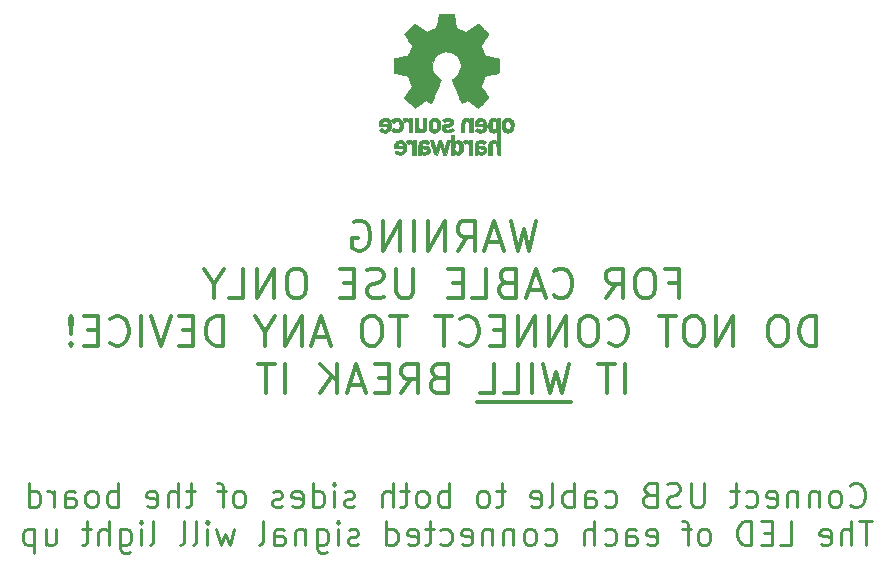
<source format=gbr>
%TF.GenerationSoftware,KiCad,Pcbnew,8.0.4*%
%TF.CreationDate,2024-12-07T18:54:13+01:00*%
%TF.ProjectId,usb_c_cable_tester,7573625f-635f-4636-9162-6c655f746573,2.2*%
%TF.SameCoordinates,Original*%
%TF.FileFunction,Legend,Bot*%
%TF.FilePolarity,Positive*%
%FSLAX46Y46*%
G04 Gerber Fmt 4.6, Leading zero omitted, Abs format (unit mm)*
G04 Created by KiCad (PCBNEW 8.0.4) date 2024-12-07 18:54:13*
%MOMM*%
%LPD*%
G01*
G04 APERTURE LIST*
%ADD10C,0.300000*%
%ADD11C,0.285714*%
%ADD12C,0.357143*%
%ADD13C,0.010000*%
G04 APERTURE END LIST*
D10*
X102800000Y-107900000D02*
X110800000Y-107900000D01*
D11*
X134440480Y-116609959D02*
X134535718Y-116705198D01*
X134535718Y-116705198D02*
X134821432Y-116800436D01*
X134821432Y-116800436D02*
X135011908Y-116800436D01*
X135011908Y-116800436D02*
X135297623Y-116705198D01*
X135297623Y-116705198D02*
X135488099Y-116514721D01*
X135488099Y-116514721D02*
X135583337Y-116324245D01*
X135583337Y-116324245D02*
X135678575Y-115943293D01*
X135678575Y-115943293D02*
X135678575Y-115657578D01*
X135678575Y-115657578D02*
X135583337Y-115276626D01*
X135583337Y-115276626D02*
X135488099Y-115086150D01*
X135488099Y-115086150D02*
X135297623Y-114895674D01*
X135297623Y-114895674D02*
X135011908Y-114800436D01*
X135011908Y-114800436D02*
X134821432Y-114800436D01*
X134821432Y-114800436D02*
X134535718Y-114895674D01*
X134535718Y-114895674D02*
X134440480Y-114990912D01*
X133297623Y-116800436D02*
X133488099Y-116705198D01*
X133488099Y-116705198D02*
X133583337Y-116609959D01*
X133583337Y-116609959D02*
X133678575Y-116419483D01*
X133678575Y-116419483D02*
X133678575Y-115848055D01*
X133678575Y-115848055D02*
X133583337Y-115657578D01*
X133583337Y-115657578D02*
X133488099Y-115562340D01*
X133488099Y-115562340D02*
X133297623Y-115467102D01*
X133297623Y-115467102D02*
X133011908Y-115467102D01*
X133011908Y-115467102D02*
X132821432Y-115562340D01*
X132821432Y-115562340D02*
X132726194Y-115657578D01*
X132726194Y-115657578D02*
X132630956Y-115848055D01*
X132630956Y-115848055D02*
X132630956Y-116419483D01*
X132630956Y-116419483D02*
X132726194Y-116609959D01*
X132726194Y-116609959D02*
X132821432Y-116705198D01*
X132821432Y-116705198D02*
X133011908Y-116800436D01*
X133011908Y-116800436D02*
X133297623Y-116800436D01*
X131773813Y-115467102D02*
X131773813Y-116800436D01*
X131773813Y-115657578D02*
X131678575Y-115562340D01*
X131678575Y-115562340D02*
X131488099Y-115467102D01*
X131488099Y-115467102D02*
X131202384Y-115467102D01*
X131202384Y-115467102D02*
X131011908Y-115562340D01*
X131011908Y-115562340D02*
X130916670Y-115752817D01*
X130916670Y-115752817D02*
X130916670Y-116800436D01*
X129964289Y-115467102D02*
X129964289Y-116800436D01*
X129964289Y-115657578D02*
X129869051Y-115562340D01*
X129869051Y-115562340D02*
X129678575Y-115467102D01*
X129678575Y-115467102D02*
X129392860Y-115467102D01*
X129392860Y-115467102D02*
X129202384Y-115562340D01*
X129202384Y-115562340D02*
X129107146Y-115752817D01*
X129107146Y-115752817D02*
X129107146Y-116800436D01*
X127392860Y-116705198D02*
X127583336Y-116800436D01*
X127583336Y-116800436D02*
X127964289Y-116800436D01*
X127964289Y-116800436D02*
X128154765Y-116705198D01*
X128154765Y-116705198D02*
X128250003Y-116514721D01*
X128250003Y-116514721D02*
X128250003Y-115752817D01*
X128250003Y-115752817D02*
X128154765Y-115562340D01*
X128154765Y-115562340D02*
X127964289Y-115467102D01*
X127964289Y-115467102D02*
X127583336Y-115467102D01*
X127583336Y-115467102D02*
X127392860Y-115562340D01*
X127392860Y-115562340D02*
X127297622Y-115752817D01*
X127297622Y-115752817D02*
X127297622Y-115943293D01*
X127297622Y-115943293D02*
X128250003Y-116133769D01*
X125583336Y-116705198D02*
X125773812Y-116800436D01*
X125773812Y-116800436D02*
X126154765Y-116800436D01*
X126154765Y-116800436D02*
X126345241Y-116705198D01*
X126345241Y-116705198D02*
X126440479Y-116609959D01*
X126440479Y-116609959D02*
X126535717Y-116419483D01*
X126535717Y-116419483D02*
X126535717Y-115848055D01*
X126535717Y-115848055D02*
X126440479Y-115657578D01*
X126440479Y-115657578D02*
X126345241Y-115562340D01*
X126345241Y-115562340D02*
X126154765Y-115467102D01*
X126154765Y-115467102D02*
X125773812Y-115467102D01*
X125773812Y-115467102D02*
X125583336Y-115562340D01*
X125011907Y-115467102D02*
X124250003Y-115467102D01*
X124726193Y-114800436D02*
X124726193Y-116514721D01*
X124726193Y-116514721D02*
X124630955Y-116705198D01*
X124630955Y-116705198D02*
X124440479Y-116800436D01*
X124440479Y-116800436D02*
X124250003Y-116800436D01*
X122059526Y-114800436D02*
X122059526Y-116419483D01*
X122059526Y-116419483D02*
X121964288Y-116609959D01*
X121964288Y-116609959D02*
X121869050Y-116705198D01*
X121869050Y-116705198D02*
X121678574Y-116800436D01*
X121678574Y-116800436D02*
X121297621Y-116800436D01*
X121297621Y-116800436D02*
X121107145Y-116705198D01*
X121107145Y-116705198D02*
X121011907Y-116609959D01*
X121011907Y-116609959D02*
X120916669Y-116419483D01*
X120916669Y-116419483D02*
X120916669Y-114800436D01*
X120059526Y-116705198D02*
X119773812Y-116800436D01*
X119773812Y-116800436D02*
X119297621Y-116800436D01*
X119297621Y-116800436D02*
X119107145Y-116705198D01*
X119107145Y-116705198D02*
X119011907Y-116609959D01*
X119011907Y-116609959D02*
X118916669Y-116419483D01*
X118916669Y-116419483D02*
X118916669Y-116229007D01*
X118916669Y-116229007D02*
X119011907Y-116038531D01*
X119011907Y-116038531D02*
X119107145Y-115943293D01*
X119107145Y-115943293D02*
X119297621Y-115848055D01*
X119297621Y-115848055D02*
X119678574Y-115752817D01*
X119678574Y-115752817D02*
X119869050Y-115657578D01*
X119869050Y-115657578D02*
X119964288Y-115562340D01*
X119964288Y-115562340D02*
X120059526Y-115371864D01*
X120059526Y-115371864D02*
X120059526Y-115181388D01*
X120059526Y-115181388D02*
X119964288Y-114990912D01*
X119964288Y-114990912D02*
X119869050Y-114895674D01*
X119869050Y-114895674D02*
X119678574Y-114800436D01*
X119678574Y-114800436D02*
X119202383Y-114800436D01*
X119202383Y-114800436D02*
X118916669Y-114895674D01*
X117392859Y-115752817D02*
X117107145Y-115848055D01*
X117107145Y-115848055D02*
X117011907Y-115943293D01*
X117011907Y-115943293D02*
X116916669Y-116133769D01*
X116916669Y-116133769D02*
X116916669Y-116419483D01*
X116916669Y-116419483D02*
X117011907Y-116609959D01*
X117011907Y-116609959D02*
X117107145Y-116705198D01*
X117107145Y-116705198D02*
X117297621Y-116800436D01*
X117297621Y-116800436D02*
X118059526Y-116800436D01*
X118059526Y-116800436D02*
X118059526Y-114800436D01*
X118059526Y-114800436D02*
X117392859Y-114800436D01*
X117392859Y-114800436D02*
X117202383Y-114895674D01*
X117202383Y-114895674D02*
X117107145Y-114990912D01*
X117107145Y-114990912D02*
X117011907Y-115181388D01*
X117011907Y-115181388D02*
X117011907Y-115371864D01*
X117011907Y-115371864D02*
X117107145Y-115562340D01*
X117107145Y-115562340D02*
X117202383Y-115657578D01*
X117202383Y-115657578D02*
X117392859Y-115752817D01*
X117392859Y-115752817D02*
X118059526Y-115752817D01*
X113678573Y-116705198D02*
X113869049Y-116800436D01*
X113869049Y-116800436D02*
X114250002Y-116800436D01*
X114250002Y-116800436D02*
X114440478Y-116705198D01*
X114440478Y-116705198D02*
X114535716Y-116609959D01*
X114535716Y-116609959D02*
X114630954Y-116419483D01*
X114630954Y-116419483D02*
X114630954Y-115848055D01*
X114630954Y-115848055D02*
X114535716Y-115657578D01*
X114535716Y-115657578D02*
X114440478Y-115562340D01*
X114440478Y-115562340D02*
X114250002Y-115467102D01*
X114250002Y-115467102D02*
X113869049Y-115467102D01*
X113869049Y-115467102D02*
X113678573Y-115562340D01*
X111964287Y-116800436D02*
X111964287Y-115752817D01*
X111964287Y-115752817D02*
X112059525Y-115562340D01*
X112059525Y-115562340D02*
X112250001Y-115467102D01*
X112250001Y-115467102D02*
X112630954Y-115467102D01*
X112630954Y-115467102D02*
X112821430Y-115562340D01*
X111964287Y-116705198D02*
X112154763Y-116800436D01*
X112154763Y-116800436D02*
X112630954Y-116800436D01*
X112630954Y-116800436D02*
X112821430Y-116705198D01*
X112821430Y-116705198D02*
X112916668Y-116514721D01*
X112916668Y-116514721D02*
X112916668Y-116324245D01*
X112916668Y-116324245D02*
X112821430Y-116133769D01*
X112821430Y-116133769D02*
X112630954Y-116038531D01*
X112630954Y-116038531D02*
X112154763Y-116038531D01*
X112154763Y-116038531D02*
X111964287Y-115943293D01*
X111011906Y-116800436D02*
X111011906Y-114800436D01*
X111011906Y-115562340D02*
X110821430Y-115467102D01*
X110821430Y-115467102D02*
X110440477Y-115467102D01*
X110440477Y-115467102D02*
X110250001Y-115562340D01*
X110250001Y-115562340D02*
X110154763Y-115657578D01*
X110154763Y-115657578D02*
X110059525Y-115848055D01*
X110059525Y-115848055D02*
X110059525Y-116419483D01*
X110059525Y-116419483D02*
X110154763Y-116609959D01*
X110154763Y-116609959D02*
X110250001Y-116705198D01*
X110250001Y-116705198D02*
X110440477Y-116800436D01*
X110440477Y-116800436D02*
X110821430Y-116800436D01*
X110821430Y-116800436D02*
X111011906Y-116705198D01*
X108916668Y-116800436D02*
X109107144Y-116705198D01*
X109107144Y-116705198D02*
X109202382Y-116514721D01*
X109202382Y-116514721D02*
X109202382Y-114800436D01*
X107392858Y-116705198D02*
X107583334Y-116800436D01*
X107583334Y-116800436D02*
X107964287Y-116800436D01*
X107964287Y-116800436D02*
X108154763Y-116705198D01*
X108154763Y-116705198D02*
X108250001Y-116514721D01*
X108250001Y-116514721D02*
X108250001Y-115752817D01*
X108250001Y-115752817D02*
X108154763Y-115562340D01*
X108154763Y-115562340D02*
X107964287Y-115467102D01*
X107964287Y-115467102D02*
X107583334Y-115467102D01*
X107583334Y-115467102D02*
X107392858Y-115562340D01*
X107392858Y-115562340D02*
X107297620Y-115752817D01*
X107297620Y-115752817D02*
X107297620Y-115943293D01*
X107297620Y-115943293D02*
X108250001Y-116133769D01*
X105202381Y-115467102D02*
X104440477Y-115467102D01*
X104916667Y-114800436D02*
X104916667Y-116514721D01*
X104916667Y-116514721D02*
X104821429Y-116705198D01*
X104821429Y-116705198D02*
X104630953Y-116800436D01*
X104630953Y-116800436D02*
X104440477Y-116800436D01*
X103488096Y-116800436D02*
X103678572Y-116705198D01*
X103678572Y-116705198D02*
X103773810Y-116609959D01*
X103773810Y-116609959D02*
X103869048Y-116419483D01*
X103869048Y-116419483D02*
X103869048Y-115848055D01*
X103869048Y-115848055D02*
X103773810Y-115657578D01*
X103773810Y-115657578D02*
X103678572Y-115562340D01*
X103678572Y-115562340D02*
X103488096Y-115467102D01*
X103488096Y-115467102D02*
X103202381Y-115467102D01*
X103202381Y-115467102D02*
X103011905Y-115562340D01*
X103011905Y-115562340D02*
X102916667Y-115657578D01*
X102916667Y-115657578D02*
X102821429Y-115848055D01*
X102821429Y-115848055D02*
X102821429Y-116419483D01*
X102821429Y-116419483D02*
X102916667Y-116609959D01*
X102916667Y-116609959D02*
X103011905Y-116705198D01*
X103011905Y-116705198D02*
X103202381Y-116800436D01*
X103202381Y-116800436D02*
X103488096Y-116800436D01*
X100440476Y-116800436D02*
X100440476Y-114800436D01*
X100440476Y-115562340D02*
X100250000Y-115467102D01*
X100250000Y-115467102D02*
X99869047Y-115467102D01*
X99869047Y-115467102D02*
X99678571Y-115562340D01*
X99678571Y-115562340D02*
X99583333Y-115657578D01*
X99583333Y-115657578D02*
X99488095Y-115848055D01*
X99488095Y-115848055D02*
X99488095Y-116419483D01*
X99488095Y-116419483D02*
X99583333Y-116609959D01*
X99583333Y-116609959D02*
X99678571Y-116705198D01*
X99678571Y-116705198D02*
X99869047Y-116800436D01*
X99869047Y-116800436D02*
X100250000Y-116800436D01*
X100250000Y-116800436D02*
X100440476Y-116705198D01*
X98345238Y-116800436D02*
X98535714Y-116705198D01*
X98535714Y-116705198D02*
X98630952Y-116609959D01*
X98630952Y-116609959D02*
X98726190Y-116419483D01*
X98726190Y-116419483D02*
X98726190Y-115848055D01*
X98726190Y-115848055D02*
X98630952Y-115657578D01*
X98630952Y-115657578D02*
X98535714Y-115562340D01*
X98535714Y-115562340D02*
X98345238Y-115467102D01*
X98345238Y-115467102D02*
X98059523Y-115467102D01*
X98059523Y-115467102D02*
X97869047Y-115562340D01*
X97869047Y-115562340D02*
X97773809Y-115657578D01*
X97773809Y-115657578D02*
X97678571Y-115848055D01*
X97678571Y-115848055D02*
X97678571Y-116419483D01*
X97678571Y-116419483D02*
X97773809Y-116609959D01*
X97773809Y-116609959D02*
X97869047Y-116705198D01*
X97869047Y-116705198D02*
X98059523Y-116800436D01*
X98059523Y-116800436D02*
X98345238Y-116800436D01*
X97107142Y-115467102D02*
X96345238Y-115467102D01*
X96821428Y-114800436D02*
X96821428Y-116514721D01*
X96821428Y-116514721D02*
X96726190Y-116705198D01*
X96726190Y-116705198D02*
X96535714Y-116800436D01*
X96535714Y-116800436D02*
X96345238Y-116800436D01*
X95678571Y-116800436D02*
X95678571Y-114800436D01*
X94821428Y-116800436D02*
X94821428Y-115752817D01*
X94821428Y-115752817D02*
X94916666Y-115562340D01*
X94916666Y-115562340D02*
X95107142Y-115467102D01*
X95107142Y-115467102D02*
X95392857Y-115467102D01*
X95392857Y-115467102D02*
X95583333Y-115562340D01*
X95583333Y-115562340D02*
X95678571Y-115657578D01*
X92440475Y-116705198D02*
X92249999Y-116800436D01*
X92249999Y-116800436D02*
X91869047Y-116800436D01*
X91869047Y-116800436D02*
X91678570Y-116705198D01*
X91678570Y-116705198D02*
X91583332Y-116514721D01*
X91583332Y-116514721D02*
X91583332Y-116419483D01*
X91583332Y-116419483D02*
X91678570Y-116229007D01*
X91678570Y-116229007D02*
X91869047Y-116133769D01*
X91869047Y-116133769D02*
X92154761Y-116133769D01*
X92154761Y-116133769D02*
X92345237Y-116038531D01*
X92345237Y-116038531D02*
X92440475Y-115848055D01*
X92440475Y-115848055D02*
X92440475Y-115752817D01*
X92440475Y-115752817D02*
X92345237Y-115562340D01*
X92345237Y-115562340D02*
X92154761Y-115467102D01*
X92154761Y-115467102D02*
X91869047Y-115467102D01*
X91869047Y-115467102D02*
X91678570Y-115562340D01*
X90726189Y-116800436D02*
X90726189Y-115467102D01*
X90726189Y-114800436D02*
X90821427Y-114895674D01*
X90821427Y-114895674D02*
X90726189Y-114990912D01*
X90726189Y-114990912D02*
X90630951Y-114895674D01*
X90630951Y-114895674D02*
X90726189Y-114800436D01*
X90726189Y-114800436D02*
X90726189Y-114990912D01*
X88916665Y-116800436D02*
X88916665Y-114800436D01*
X88916665Y-116705198D02*
X89107141Y-116800436D01*
X89107141Y-116800436D02*
X89488094Y-116800436D01*
X89488094Y-116800436D02*
X89678570Y-116705198D01*
X89678570Y-116705198D02*
X89773808Y-116609959D01*
X89773808Y-116609959D02*
X89869046Y-116419483D01*
X89869046Y-116419483D02*
X89869046Y-115848055D01*
X89869046Y-115848055D02*
X89773808Y-115657578D01*
X89773808Y-115657578D02*
X89678570Y-115562340D01*
X89678570Y-115562340D02*
X89488094Y-115467102D01*
X89488094Y-115467102D02*
X89107141Y-115467102D01*
X89107141Y-115467102D02*
X88916665Y-115562340D01*
X87202379Y-116705198D02*
X87392855Y-116800436D01*
X87392855Y-116800436D02*
X87773808Y-116800436D01*
X87773808Y-116800436D02*
X87964284Y-116705198D01*
X87964284Y-116705198D02*
X88059522Y-116514721D01*
X88059522Y-116514721D02*
X88059522Y-115752817D01*
X88059522Y-115752817D02*
X87964284Y-115562340D01*
X87964284Y-115562340D02*
X87773808Y-115467102D01*
X87773808Y-115467102D02*
X87392855Y-115467102D01*
X87392855Y-115467102D02*
X87202379Y-115562340D01*
X87202379Y-115562340D02*
X87107141Y-115752817D01*
X87107141Y-115752817D02*
X87107141Y-115943293D01*
X87107141Y-115943293D02*
X88059522Y-116133769D01*
X86345236Y-116705198D02*
X86154760Y-116800436D01*
X86154760Y-116800436D02*
X85773808Y-116800436D01*
X85773808Y-116800436D02*
X85583331Y-116705198D01*
X85583331Y-116705198D02*
X85488093Y-116514721D01*
X85488093Y-116514721D02*
X85488093Y-116419483D01*
X85488093Y-116419483D02*
X85583331Y-116229007D01*
X85583331Y-116229007D02*
X85773808Y-116133769D01*
X85773808Y-116133769D02*
X86059522Y-116133769D01*
X86059522Y-116133769D02*
X86249998Y-116038531D01*
X86249998Y-116038531D02*
X86345236Y-115848055D01*
X86345236Y-115848055D02*
X86345236Y-115752817D01*
X86345236Y-115752817D02*
X86249998Y-115562340D01*
X86249998Y-115562340D02*
X86059522Y-115467102D01*
X86059522Y-115467102D02*
X85773808Y-115467102D01*
X85773808Y-115467102D02*
X85583331Y-115562340D01*
X82821426Y-116800436D02*
X83011902Y-116705198D01*
X83011902Y-116705198D02*
X83107140Y-116609959D01*
X83107140Y-116609959D02*
X83202378Y-116419483D01*
X83202378Y-116419483D02*
X83202378Y-115848055D01*
X83202378Y-115848055D02*
X83107140Y-115657578D01*
X83107140Y-115657578D02*
X83011902Y-115562340D01*
X83011902Y-115562340D02*
X82821426Y-115467102D01*
X82821426Y-115467102D02*
X82535711Y-115467102D01*
X82535711Y-115467102D02*
X82345235Y-115562340D01*
X82345235Y-115562340D02*
X82249997Y-115657578D01*
X82249997Y-115657578D02*
X82154759Y-115848055D01*
X82154759Y-115848055D02*
X82154759Y-116419483D01*
X82154759Y-116419483D02*
X82249997Y-116609959D01*
X82249997Y-116609959D02*
X82345235Y-116705198D01*
X82345235Y-116705198D02*
X82535711Y-116800436D01*
X82535711Y-116800436D02*
X82821426Y-116800436D01*
X81583330Y-115467102D02*
X80821426Y-115467102D01*
X81297616Y-116800436D02*
X81297616Y-115086150D01*
X81297616Y-115086150D02*
X81202378Y-114895674D01*
X81202378Y-114895674D02*
X81011902Y-114800436D01*
X81011902Y-114800436D02*
X80821426Y-114800436D01*
X78916663Y-115467102D02*
X78154759Y-115467102D01*
X78630949Y-114800436D02*
X78630949Y-116514721D01*
X78630949Y-116514721D02*
X78535711Y-116705198D01*
X78535711Y-116705198D02*
X78345235Y-116800436D01*
X78345235Y-116800436D02*
X78154759Y-116800436D01*
X77488092Y-116800436D02*
X77488092Y-114800436D01*
X76630949Y-116800436D02*
X76630949Y-115752817D01*
X76630949Y-115752817D02*
X76726187Y-115562340D01*
X76726187Y-115562340D02*
X76916663Y-115467102D01*
X76916663Y-115467102D02*
X77202378Y-115467102D01*
X77202378Y-115467102D02*
X77392854Y-115562340D01*
X77392854Y-115562340D02*
X77488092Y-115657578D01*
X74916663Y-116705198D02*
X75107139Y-116800436D01*
X75107139Y-116800436D02*
X75488092Y-116800436D01*
X75488092Y-116800436D02*
X75678568Y-116705198D01*
X75678568Y-116705198D02*
X75773806Y-116514721D01*
X75773806Y-116514721D02*
X75773806Y-115752817D01*
X75773806Y-115752817D02*
X75678568Y-115562340D01*
X75678568Y-115562340D02*
X75488092Y-115467102D01*
X75488092Y-115467102D02*
X75107139Y-115467102D01*
X75107139Y-115467102D02*
X74916663Y-115562340D01*
X74916663Y-115562340D02*
X74821425Y-115752817D01*
X74821425Y-115752817D02*
X74821425Y-115943293D01*
X74821425Y-115943293D02*
X75773806Y-116133769D01*
X72440472Y-116800436D02*
X72440472Y-114800436D01*
X72440472Y-115562340D02*
X72249996Y-115467102D01*
X72249996Y-115467102D02*
X71869043Y-115467102D01*
X71869043Y-115467102D02*
X71678567Y-115562340D01*
X71678567Y-115562340D02*
X71583329Y-115657578D01*
X71583329Y-115657578D02*
X71488091Y-115848055D01*
X71488091Y-115848055D02*
X71488091Y-116419483D01*
X71488091Y-116419483D02*
X71583329Y-116609959D01*
X71583329Y-116609959D02*
X71678567Y-116705198D01*
X71678567Y-116705198D02*
X71869043Y-116800436D01*
X71869043Y-116800436D02*
X72249996Y-116800436D01*
X72249996Y-116800436D02*
X72440472Y-116705198D01*
X70345234Y-116800436D02*
X70535710Y-116705198D01*
X70535710Y-116705198D02*
X70630948Y-116609959D01*
X70630948Y-116609959D02*
X70726186Y-116419483D01*
X70726186Y-116419483D02*
X70726186Y-115848055D01*
X70726186Y-115848055D02*
X70630948Y-115657578D01*
X70630948Y-115657578D02*
X70535710Y-115562340D01*
X70535710Y-115562340D02*
X70345234Y-115467102D01*
X70345234Y-115467102D02*
X70059519Y-115467102D01*
X70059519Y-115467102D02*
X69869043Y-115562340D01*
X69869043Y-115562340D02*
X69773805Y-115657578D01*
X69773805Y-115657578D02*
X69678567Y-115848055D01*
X69678567Y-115848055D02*
X69678567Y-116419483D01*
X69678567Y-116419483D02*
X69773805Y-116609959D01*
X69773805Y-116609959D02*
X69869043Y-116705198D01*
X69869043Y-116705198D02*
X70059519Y-116800436D01*
X70059519Y-116800436D02*
X70345234Y-116800436D01*
X67964281Y-116800436D02*
X67964281Y-115752817D01*
X67964281Y-115752817D02*
X68059519Y-115562340D01*
X68059519Y-115562340D02*
X68249995Y-115467102D01*
X68249995Y-115467102D02*
X68630948Y-115467102D01*
X68630948Y-115467102D02*
X68821424Y-115562340D01*
X67964281Y-116705198D02*
X68154757Y-116800436D01*
X68154757Y-116800436D02*
X68630948Y-116800436D01*
X68630948Y-116800436D02*
X68821424Y-116705198D01*
X68821424Y-116705198D02*
X68916662Y-116514721D01*
X68916662Y-116514721D02*
X68916662Y-116324245D01*
X68916662Y-116324245D02*
X68821424Y-116133769D01*
X68821424Y-116133769D02*
X68630948Y-116038531D01*
X68630948Y-116038531D02*
X68154757Y-116038531D01*
X68154757Y-116038531D02*
X67964281Y-115943293D01*
X67011900Y-116800436D02*
X67011900Y-115467102D01*
X67011900Y-115848055D02*
X66916662Y-115657578D01*
X66916662Y-115657578D02*
X66821424Y-115562340D01*
X66821424Y-115562340D02*
X66630948Y-115467102D01*
X66630948Y-115467102D02*
X66440471Y-115467102D01*
X64916662Y-116800436D02*
X64916662Y-114800436D01*
X64916662Y-116705198D02*
X65107138Y-116800436D01*
X65107138Y-116800436D02*
X65488091Y-116800436D01*
X65488091Y-116800436D02*
X65678567Y-116705198D01*
X65678567Y-116705198D02*
X65773805Y-116609959D01*
X65773805Y-116609959D02*
X65869043Y-116419483D01*
X65869043Y-116419483D02*
X65869043Y-115848055D01*
X65869043Y-115848055D02*
X65773805Y-115657578D01*
X65773805Y-115657578D02*
X65678567Y-115562340D01*
X65678567Y-115562340D02*
X65488091Y-115467102D01*
X65488091Y-115467102D02*
X65107138Y-115467102D01*
X65107138Y-115467102D02*
X64916662Y-115562340D01*
X136297623Y-118020324D02*
X135154766Y-118020324D01*
X135726195Y-120020324D02*
X135726195Y-118020324D01*
X134488099Y-120020324D02*
X134488099Y-118020324D01*
X133630956Y-120020324D02*
X133630956Y-118972705D01*
X133630956Y-118972705D02*
X133726194Y-118782228D01*
X133726194Y-118782228D02*
X133916670Y-118686990D01*
X133916670Y-118686990D02*
X134202385Y-118686990D01*
X134202385Y-118686990D02*
X134392861Y-118782228D01*
X134392861Y-118782228D02*
X134488099Y-118877466D01*
X131916670Y-119925086D02*
X132107146Y-120020324D01*
X132107146Y-120020324D02*
X132488099Y-120020324D01*
X132488099Y-120020324D02*
X132678575Y-119925086D01*
X132678575Y-119925086D02*
X132773813Y-119734609D01*
X132773813Y-119734609D02*
X132773813Y-118972705D01*
X132773813Y-118972705D02*
X132678575Y-118782228D01*
X132678575Y-118782228D02*
X132488099Y-118686990D01*
X132488099Y-118686990D02*
X132107146Y-118686990D01*
X132107146Y-118686990D02*
X131916670Y-118782228D01*
X131916670Y-118782228D02*
X131821432Y-118972705D01*
X131821432Y-118972705D02*
X131821432Y-119163181D01*
X131821432Y-119163181D02*
X132773813Y-119353657D01*
X128488098Y-120020324D02*
X129440479Y-120020324D01*
X129440479Y-120020324D02*
X129440479Y-118020324D01*
X127821431Y-118972705D02*
X127154764Y-118972705D01*
X126869050Y-120020324D02*
X127821431Y-120020324D01*
X127821431Y-120020324D02*
X127821431Y-118020324D01*
X127821431Y-118020324D02*
X126869050Y-118020324D01*
X126011907Y-120020324D02*
X126011907Y-118020324D01*
X126011907Y-118020324D02*
X125535717Y-118020324D01*
X125535717Y-118020324D02*
X125250002Y-118115562D01*
X125250002Y-118115562D02*
X125059526Y-118306038D01*
X125059526Y-118306038D02*
X124964288Y-118496514D01*
X124964288Y-118496514D02*
X124869050Y-118877466D01*
X124869050Y-118877466D02*
X124869050Y-119163181D01*
X124869050Y-119163181D02*
X124964288Y-119544133D01*
X124964288Y-119544133D02*
X125059526Y-119734609D01*
X125059526Y-119734609D02*
X125250002Y-119925086D01*
X125250002Y-119925086D02*
X125535717Y-120020324D01*
X125535717Y-120020324D02*
X126011907Y-120020324D01*
X122202383Y-120020324D02*
X122392859Y-119925086D01*
X122392859Y-119925086D02*
X122488097Y-119829847D01*
X122488097Y-119829847D02*
X122583335Y-119639371D01*
X122583335Y-119639371D02*
X122583335Y-119067943D01*
X122583335Y-119067943D02*
X122488097Y-118877466D01*
X122488097Y-118877466D02*
X122392859Y-118782228D01*
X122392859Y-118782228D02*
X122202383Y-118686990D01*
X122202383Y-118686990D02*
X121916668Y-118686990D01*
X121916668Y-118686990D02*
X121726192Y-118782228D01*
X121726192Y-118782228D02*
X121630954Y-118877466D01*
X121630954Y-118877466D02*
X121535716Y-119067943D01*
X121535716Y-119067943D02*
X121535716Y-119639371D01*
X121535716Y-119639371D02*
X121630954Y-119829847D01*
X121630954Y-119829847D02*
X121726192Y-119925086D01*
X121726192Y-119925086D02*
X121916668Y-120020324D01*
X121916668Y-120020324D02*
X122202383Y-120020324D01*
X120964287Y-118686990D02*
X120202383Y-118686990D01*
X120678573Y-120020324D02*
X120678573Y-118306038D01*
X120678573Y-118306038D02*
X120583335Y-118115562D01*
X120583335Y-118115562D02*
X120392859Y-118020324D01*
X120392859Y-118020324D02*
X120202383Y-118020324D01*
X117250001Y-119925086D02*
X117440477Y-120020324D01*
X117440477Y-120020324D02*
X117821430Y-120020324D01*
X117821430Y-120020324D02*
X118011906Y-119925086D01*
X118011906Y-119925086D02*
X118107144Y-119734609D01*
X118107144Y-119734609D02*
X118107144Y-118972705D01*
X118107144Y-118972705D02*
X118011906Y-118782228D01*
X118011906Y-118782228D02*
X117821430Y-118686990D01*
X117821430Y-118686990D02*
X117440477Y-118686990D01*
X117440477Y-118686990D02*
X117250001Y-118782228D01*
X117250001Y-118782228D02*
X117154763Y-118972705D01*
X117154763Y-118972705D02*
X117154763Y-119163181D01*
X117154763Y-119163181D02*
X118107144Y-119353657D01*
X115440477Y-120020324D02*
X115440477Y-118972705D01*
X115440477Y-118972705D02*
X115535715Y-118782228D01*
X115535715Y-118782228D02*
X115726191Y-118686990D01*
X115726191Y-118686990D02*
X116107144Y-118686990D01*
X116107144Y-118686990D02*
X116297620Y-118782228D01*
X115440477Y-119925086D02*
X115630953Y-120020324D01*
X115630953Y-120020324D02*
X116107144Y-120020324D01*
X116107144Y-120020324D02*
X116297620Y-119925086D01*
X116297620Y-119925086D02*
X116392858Y-119734609D01*
X116392858Y-119734609D02*
X116392858Y-119544133D01*
X116392858Y-119544133D02*
X116297620Y-119353657D01*
X116297620Y-119353657D02*
X116107144Y-119258419D01*
X116107144Y-119258419D02*
X115630953Y-119258419D01*
X115630953Y-119258419D02*
X115440477Y-119163181D01*
X113630953Y-119925086D02*
X113821429Y-120020324D01*
X113821429Y-120020324D02*
X114202382Y-120020324D01*
X114202382Y-120020324D02*
X114392858Y-119925086D01*
X114392858Y-119925086D02*
X114488096Y-119829847D01*
X114488096Y-119829847D02*
X114583334Y-119639371D01*
X114583334Y-119639371D02*
X114583334Y-119067943D01*
X114583334Y-119067943D02*
X114488096Y-118877466D01*
X114488096Y-118877466D02*
X114392858Y-118782228D01*
X114392858Y-118782228D02*
X114202382Y-118686990D01*
X114202382Y-118686990D02*
X113821429Y-118686990D01*
X113821429Y-118686990D02*
X113630953Y-118782228D01*
X112773810Y-120020324D02*
X112773810Y-118020324D01*
X111916667Y-120020324D02*
X111916667Y-118972705D01*
X111916667Y-118972705D02*
X112011905Y-118782228D01*
X112011905Y-118782228D02*
X112202381Y-118686990D01*
X112202381Y-118686990D02*
X112488096Y-118686990D01*
X112488096Y-118686990D02*
X112678572Y-118782228D01*
X112678572Y-118782228D02*
X112773810Y-118877466D01*
X108583333Y-119925086D02*
X108773809Y-120020324D01*
X108773809Y-120020324D02*
X109154762Y-120020324D01*
X109154762Y-120020324D02*
X109345238Y-119925086D01*
X109345238Y-119925086D02*
X109440476Y-119829847D01*
X109440476Y-119829847D02*
X109535714Y-119639371D01*
X109535714Y-119639371D02*
X109535714Y-119067943D01*
X109535714Y-119067943D02*
X109440476Y-118877466D01*
X109440476Y-118877466D02*
X109345238Y-118782228D01*
X109345238Y-118782228D02*
X109154762Y-118686990D01*
X109154762Y-118686990D02*
X108773809Y-118686990D01*
X108773809Y-118686990D02*
X108583333Y-118782228D01*
X107440476Y-120020324D02*
X107630952Y-119925086D01*
X107630952Y-119925086D02*
X107726190Y-119829847D01*
X107726190Y-119829847D02*
X107821428Y-119639371D01*
X107821428Y-119639371D02*
X107821428Y-119067943D01*
X107821428Y-119067943D02*
X107726190Y-118877466D01*
X107726190Y-118877466D02*
X107630952Y-118782228D01*
X107630952Y-118782228D02*
X107440476Y-118686990D01*
X107440476Y-118686990D02*
X107154761Y-118686990D01*
X107154761Y-118686990D02*
X106964285Y-118782228D01*
X106964285Y-118782228D02*
X106869047Y-118877466D01*
X106869047Y-118877466D02*
X106773809Y-119067943D01*
X106773809Y-119067943D02*
X106773809Y-119639371D01*
X106773809Y-119639371D02*
X106869047Y-119829847D01*
X106869047Y-119829847D02*
X106964285Y-119925086D01*
X106964285Y-119925086D02*
X107154761Y-120020324D01*
X107154761Y-120020324D02*
X107440476Y-120020324D01*
X105916666Y-118686990D02*
X105916666Y-120020324D01*
X105916666Y-118877466D02*
X105821428Y-118782228D01*
X105821428Y-118782228D02*
X105630952Y-118686990D01*
X105630952Y-118686990D02*
X105345237Y-118686990D01*
X105345237Y-118686990D02*
X105154761Y-118782228D01*
X105154761Y-118782228D02*
X105059523Y-118972705D01*
X105059523Y-118972705D02*
X105059523Y-120020324D01*
X104107142Y-118686990D02*
X104107142Y-120020324D01*
X104107142Y-118877466D02*
X104011904Y-118782228D01*
X104011904Y-118782228D02*
X103821428Y-118686990D01*
X103821428Y-118686990D02*
X103535713Y-118686990D01*
X103535713Y-118686990D02*
X103345237Y-118782228D01*
X103345237Y-118782228D02*
X103249999Y-118972705D01*
X103249999Y-118972705D02*
X103249999Y-120020324D01*
X101535713Y-119925086D02*
X101726189Y-120020324D01*
X101726189Y-120020324D02*
X102107142Y-120020324D01*
X102107142Y-120020324D02*
X102297618Y-119925086D01*
X102297618Y-119925086D02*
X102392856Y-119734609D01*
X102392856Y-119734609D02*
X102392856Y-118972705D01*
X102392856Y-118972705D02*
X102297618Y-118782228D01*
X102297618Y-118782228D02*
X102107142Y-118686990D01*
X102107142Y-118686990D02*
X101726189Y-118686990D01*
X101726189Y-118686990D02*
X101535713Y-118782228D01*
X101535713Y-118782228D02*
X101440475Y-118972705D01*
X101440475Y-118972705D02*
X101440475Y-119163181D01*
X101440475Y-119163181D02*
X102392856Y-119353657D01*
X99726189Y-119925086D02*
X99916665Y-120020324D01*
X99916665Y-120020324D02*
X100297618Y-120020324D01*
X100297618Y-120020324D02*
X100488094Y-119925086D01*
X100488094Y-119925086D02*
X100583332Y-119829847D01*
X100583332Y-119829847D02*
X100678570Y-119639371D01*
X100678570Y-119639371D02*
X100678570Y-119067943D01*
X100678570Y-119067943D02*
X100583332Y-118877466D01*
X100583332Y-118877466D02*
X100488094Y-118782228D01*
X100488094Y-118782228D02*
X100297618Y-118686990D01*
X100297618Y-118686990D02*
X99916665Y-118686990D01*
X99916665Y-118686990D02*
X99726189Y-118782228D01*
X99154760Y-118686990D02*
X98392856Y-118686990D01*
X98869046Y-118020324D02*
X98869046Y-119734609D01*
X98869046Y-119734609D02*
X98773808Y-119925086D01*
X98773808Y-119925086D02*
X98583332Y-120020324D01*
X98583332Y-120020324D02*
X98392856Y-120020324D01*
X96964284Y-119925086D02*
X97154760Y-120020324D01*
X97154760Y-120020324D02*
X97535713Y-120020324D01*
X97535713Y-120020324D02*
X97726189Y-119925086D01*
X97726189Y-119925086D02*
X97821427Y-119734609D01*
X97821427Y-119734609D02*
X97821427Y-118972705D01*
X97821427Y-118972705D02*
X97726189Y-118782228D01*
X97726189Y-118782228D02*
X97535713Y-118686990D01*
X97535713Y-118686990D02*
X97154760Y-118686990D01*
X97154760Y-118686990D02*
X96964284Y-118782228D01*
X96964284Y-118782228D02*
X96869046Y-118972705D01*
X96869046Y-118972705D02*
X96869046Y-119163181D01*
X96869046Y-119163181D02*
X97821427Y-119353657D01*
X95154760Y-120020324D02*
X95154760Y-118020324D01*
X95154760Y-119925086D02*
X95345236Y-120020324D01*
X95345236Y-120020324D02*
X95726189Y-120020324D01*
X95726189Y-120020324D02*
X95916665Y-119925086D01*
X95916665Y-119925086D02*
X96011903Y-119829847D01*
X96011903Y-119829847D02*
X96107141Y-119639371D01*
X96107141Y-119639371D02*
X96107141Y-119067943D01*
X96107141Y-119067943D02*
X96011903Y-118877466D01*
X96011903Y-118877466D02*
X95916665Y-118782228D01*
X95916665Y-118782228D02*
X95726189Y-118686990D01*
X95726189Y-118686990D02*
X95345236Y-118686990D01*
X95345236Y-118686990D02*
X95154760Y-118782228D01*
X92773807Y-119925086D02*
X92583331Y-120020324D01*
X92583331Y-120020324D02*
X92202379Y-120020324D01*
X92202379Y-120020324D02*
X92011902Y-119925086D01*
X92011902Y-119925086D02*
X91916664Y-119734609D01*
X91916664Y-119734609D02*
X91916664Y-119639371D01*
X91916664Y-119639371D02*
X92011902Y-119448895D01*
X92011902Y-119448895D02*
X92202379Y-119353657D01*
X92202379Y-119353657D02*
X92488093Y-119353657D01*
X92488093Y-119353657D02*
X92678569Y-119258419D01*
X92678569Y-119258419D02*
X92773807Y-119067943D01*
X92773807Y-119067943D02*
X92773807Y-118972705D01*
X92773807Y-118972705D02*
X92678569Y-118782228D01*
X92678569Y-118782228D02*
X92488093Y-118686990D01*
X92488093Y-118686990D02*
X92202379Y-118686990D01*
X92202379Y-118686990D02*
X92011902Y-118782228D01*
X91059521Y-120020324D02*
X91059521Y-118686990D01*
X91059521Y-118020324D02*
X91154759Y-118115562D01*
X91154759Y-118115562D02*
X91059521Y-118210800D01*
X91059521Y-118210800D02*
X90964283Y-118115562D01*
X90964283Y-118115562D02*
X91059521Y-118020324D01*
X91059521Y-118020324D02*
X91059521Y-118210800D01*
X89249997Y-118686990D02*
X89249997Y-120306038D01*
X89249997Y-120306038D02*
X89345235Y-120496514D01*
X89345235Y-120496514D02*
X89440473Y-120591752D01*
X89440473Y-120591752D02*
X89630950Y-120686990D01*
X89630950Y-120686990D02*
X89916664Y-120686990D01*
X89916664Y-120686990D02*
X90107140Y-120591752D01*
X89249997Y-119925086D02*
X89440473Y-120020324D01*
X89440473Y-120020324D02*
X89821426Y-120020324D01*
X89821426Y-120020324D02*
X90011902Y-119925086D01*
X90011902Y-119925086D02*
X90107140Y-119829847D01*
X90107140Y-119829847D02*
X90202378Y-119639371D01*
X90202378Y-119639371D02*
X90202378Y-119067943D01*
X90202378Y-119067943D02*
X90107140Y-118877466D01*
X90107140Y-118877466D02*
X90011902Y-118782228D01*
X90011902Y-118782228D02*
X89821426Y-118686990D01*
X89821426Y-118686990D02*
X89440473Y-118686990D01*
X89440473Y-118686990D02*
X89249997Y-118782228D01*
X88297616Y-118686990D02*
X88297616Y-120020324D01*
X88297616Y-118877466D02*
X88202378Y-118782228D01*
X88202378Y-118782228D02*
X88011902Y-118686990D01*
X88011902Y-118686990D02*
X87726187Y-118686990D01*
X87726187Y-118686990D02*
X87535711Y-118782228D01*
X87535711Y-118782228D02*
X87440473Y-118972705D01*
X87440473Y-118972705D02*
X87440473Y-120020324D01*
X85630949Y-120020324D02*
X85630949Y-118972705D01*
X85630949Y-118972705D02*
X85726187Y-118782228D01*
X85726187Y-118782228D02*
X85916663Y-118686990D01*
X85916663Y-118686990D02*
X86297616Y-118686990D01*
X86297616Y-118686990D02*
X86488092Y-118782228D01*
X85630949Y-119925086D02*
X85821425Y-120020324D01*
X85821425Y-120020324D02*
X86297616Y-120020324D01*
X86297616Y-120020324D02*
X86488092Y-119925086D01*
X86488092Y-119925086D02*
X86583330Y-119734609D01*
X86583330Y-119734609D02*
X86583330Y-119544133D01*
X86583330Y-119544133D02*
X86488092Y-119353657D01*
X86488092Y-119353657D02*
X86297616Y-119258419D01*
X86297616Y-119258419D02*
X85821425Y-119258419D01*
X85821425Y-119258419D02*
X85630949Y-119163181D01*
X84392854Y-120020324D02*
X84583330Y-119925086D01*
X84583330Y-119925086D02*
X84678568Y-119734609D01*
X84678568Y-119734609D02*
X84678568Y-118020324D01*
X82297615Y-118686990D02*
X81916663Y-120020324D01*
X81916663Y-120020324D02*
X81535710Y-119067943D01*
X81535710Y-119067943D02*
X81154758Y-120020324D01*
X81154758Y-120020324D02*
X80773806Y-118686990D01*
X80011901Y-120020324D02*
X80011901Y-118686990D01*
X80011901Y-118020324D02*
X80107139Y-118115562D01*
X80107139Y-118115562D02*
X80011901Y-118210800D01*
X80011901Y-118210800D02*
X79916663Y-118115562D01*
X79916663Y-118115562D02*
X80011901Y-118020324D01*
X80011901Y-118020324D02*
X80011901Y-118210800D01*
X78773806Y-120020324D02*
X78964282Y-119925086D01*
X78964282Y-119925086D02*
X79059520Y-119734609D01*
X79059520Y-119734609D02*
X79059520Y-118020324D01*
X77726187Y-120020324D02*
X77916663Y-119925086D01*
X77916663Y-119925086D02*
X78011901Y-119734609D01*
X78011901Y-119734609D02*
X78011901Y-118020324D01*
X75154758Y-120020324D02*
X75345234Y-119925086D01*
X75345234Y-119925086D02*
X75440472Y-119734609D01*
X75440472Y-119734609D02*
X75440472Y-118020324D01*
X74392853Y-120020324D02*
X74392853Y-118686990D01*
X74392853Y-118020324D02*
X74488091Y-118115562D01*
X74488091Y-118115562D02*
X74392853Y-118210800D01*
X74392853Y-118210800D02*
X74297615Y-118115562D01*
X74297615Y-118115562D02*
X74392853Y-118020324D01*
X74392853Y-118020324D02*
X74392853Y-118210800D01*
X72583329Y-118686990D02*
X72583329Y-120306038D01*
X72583329Y-120306038D02*
X72678567Y-120496514D01*
X72678567Y-120496514D02*
X72773805Y-120591752D01*
X72773805Y-120591752D02*
X72964282Y-120686990D01*
X72964282Y-120686990D02*
X73249996Y-120686990D01*
X73249996Y-120686990D02*
X73440472Y-120591752D01*
X72583329Y-119925086D02*
X72773805Y-120020324D01*
X72773805Y-120020324D02*
X73154758Y-120020324D01*
X73154758Y-120020324D02*
X73345234Y-119925086D01*
X73345234Y-119925086D02*
X73440472Y-119829847D01*
X73440472Y-119829847D02*
X73535710Y-119639371D01*
X73535710Y-119639371D02*
X73535710Y-119067943D01*
X73535710Y-119067943D02*
X73440472Y-118877466D01*
X73440472Y-118877466D02*
X73345234Y-118782228D01*
X73345234Y-118782228D02*
X73154758Y-118686990D01*
X73154758Y-118686990D02*
X72773805Y-118686990D01*
X72773805Y-118686990D02*
X72583329Y-118782228D01*
X71630948Y-120020324D02*
X71630948Y-118020324D01*
X70773805Y-120020324D02*
X70773805Y-118972705D01*
X70773805Y-118972705D02*
X70869043Y-118782228D01*
X70869043Y-118782228D02*
X71059519Y-118686990D01*
X71059519Y-118686990D02*
X71345234Y-118686990D01*
X71345234Y-118686990D02*
X71535710Y-118782228D01*
X71535710Y-118782228D02*
X71630948Y-118877466D01*
X70107138Y-118686990D02*
X69345234Y-118686990D01*
X69821424Y-118020324D02*
X69821424Y-119734609D01*
X69821424Y-119734609D02*
X69726186Y-119925086D01*
X69726186Y-119925086D02*
X69535710Y-120020324D01*
X69535710Y-120020324D02*
X69345234Y-120020324D01*
X66297614Y-118686990D02*
X66297614Y-120020324D01*
X67154757Y-118686990D02*
X67154757Y-119734609D01*
X67154757Y-119734609D02*
X67059519Y-119925086D01*
X67059519Y-119925086D02*
X66869043Y-120020324D01*
X66869043Y-120020324D02*
X66583328Y-120020324D01*
X66583328Y-120020324D02*
X66392852Y-119925086D01*
X66392852Y-119925086D02*
X66297614Y-119829847D01*
X65345233Y-118686990D02*
X65345233Y-120686990D01*
X65345233Y-118782228D02*
X65154757Y-118686990D01*
X65154757Y-118686990D02*
X64773804Y-118686990D01*
X64773804Y-118686990D02*
X64583328Y-118782228D01*
X64583328Y-118782228D02*
X64488090Y-118877466D01*
X64488090Y-118877466D02*
X64392852Y-119067943D01*
X64392852Y-119067943D02*
X64392852Y-119639371D01*
X64392852Y-119639371D02*
X64488090Y-119829847D01*
X64488090Y-119829847D02*
X64583328Y-119925086D01*
X64583328Y-119925086D02*
X64773804Y-120020324D01*
X64773804Y-120020324D02*
X65154757Y-120020324D01*
X65154757Y-120020324D02*
X65345233Y-119925086D01*
D12*
X107857143Y-92600685D02*
X107261905Y-95100685D01*
X107261905Y-95100685D02*
X106785714Y-93314971D01*
X106785714Y-93314971D02*
X106309524Y-95100685D01*
X106309524Y-95100685D02*
X105714286Y-92600685D01*
X104880952Y-94386399D02*
X103690476Y-94386399D01*
X105119047Y-95100685D02*
X104285714Y-92600685D01*
X104285714Y-92600685D02*
X103452381Y-95100685D01*
X101190476Y-95100685D02*
X102023809Y-93910209D01*
X102619047Y-95100685D02*
X102619047Y-92600685D01*
X102619047Y-92600685D02*
X101666666Y-92600685D01*
X101666666Y-92600685D02*
X101428571Y-92719733D01*
X101428571Y-92719733D02*
X101309524Y-92838780D01*
X101309524Y-92838780D02*
X101190476Y-93076876D01*
X101190476Y-93076876D02*
X101190476Y-93434018D01*
X101190476Y-93434018D02*
X101309524Y-93672114D01*
X101309524Y-93672114D02*
X101428571Y-93791161D01*
X101428571Y-93791161D02*
X101666666Y-93910209D01*
X101666666Y-93910209D02*
X102619047Y-93910209D01*
X100119047Y-95100685D02*
X100119047Y-92600685D01*
X100119047Y-92600685D02*
X98690476Y-95100685D01*
X98690476Y-95100685D02*
X98690476Y-92600685D01*
X97499999Y-95100685D02*
X97499999Y-92600685D01*
X96309523Y-95100685D02*
X96309523Y-92600685D01*
X96309523Y-92600685D02*
X94880952Y-95100685D01*
X94880952Y-95100685D02*
X94880952Y-92600685D01*
X92380952Y-92719733D02*
X92619047Y-92600685D01*
X92619047Y-92600685D02*
X92976190Y-92600685D01*
X92976190Y-92600685D02*
X93333333Y-92719733D01*
X93333333Y-92719733D02*
X93571428Y-92957828D01*
X93571428Y-92957828D02*
X93690475Y-93195923D01*
X93690475Y-93195923D02*
X93809523Y-93672114D01*
X93809523Y-93672114D02*
X93809523Y-94029257D01*
X93809523Y-94029257D02*
X93690475Y-94505447D01*
X93690475Y-94505447D02*
X93571428Y-94743542D01*
X93571428Y-94743542D02*
X93333333Y-94981638D01*
X93333333Y-94981638D02*
X92976190Y-95100685D01*
X92976190Y-95100685D02*
X92738094Y-95100685D01*
X92738094Y-95100685D02*
X92380952Y-94981638D01*
X92380952Y-94981638D02*
X92261904Y-94862590D01*
X92261904Y-94862590D02*
X92261904Y-94029257D01*
X92261904Y-94029257D02*
X92738094Y-94029257D01*
X119107143Y-97816021D02*
X119940476Y-97816021D01*
X119940476Y-99125545D02*
X119940476Y-96625545D01*
X119940476Y-96625545D02*
X118750000Y-96625545D01*
X117321429Y-96625545D02*
X116845238Y-96625545D01*
X116845238Y-96625545D02*
X116607143Y-96744593D01*
X116607143Y-96744593D02*
X116369048Y-96982688D01*
X116369048Y-96982688D02*
X116250000Y-97458878D01*
X116250000Y-97458878D02*
X116250000Y-98292212D01*
X116250000Y-98292212D02*
X116369048Y-98768402D01*
X116369048Y-98768402D02*
X116607143Y-99006498D01*
X116607143Y-99006498D02*
X116845238Y-99125545D01*
X116845238Y-99125545D02*
X117321429Y-99125545D01*
X117321429Y-99125545D02*
X117559524Y-99006498D01*
X117559524Y-99006498D02*
X117797619Y-98768402D01*
X117797619Y-98768402D02*
X117916667Y-98292212D01*
X117916667Y-98292212D02*
X117916667Y-97458878D01*
X117916667Y-97458878D02*
X117797619Y-96982688D01*
X117797619Y-96982688D02*
X117559524Y-96744593D01*
X117559524Y-96744593D02*
X117321429Y-96625545D01*
X113750000Y-99125545D02*
X114583333Y-97935069D01*
X115178571Y-99125545D02*
X115178571Y-96625545D01*
X115178571Y-96625545D02*
X114226190Y-96625545D01*
X114226190Y-96625545D02*
X113988095Y-96744593D01*
X113988095Y-96744593D02*
X113869048Y-96863640D01*
X113869048Y-96863640D02*
X113750000Y-97101736D01*
X113750000Y-97101736D02*
X113750000Y-97458878D01*
X113750000Y-97458878D02*
X113869048Y-97696974D01*
X113869048Y-97696974D02*
X113988095Y-97816021D01*
X113988095Y-97816021D02*
X114226190Y-97935069D01*
X114226190Y-97935069D02*
X115178571Y-97935069D01*
X109345238Y-98887450D02*
X109464286Y-99006498D01*
X109464286Y-99006498D02*
X109821428Y-99125545D01*
X109821428Y-99125545D02*
X110059524Y-99125545D01*
X110059524Y-99125545D02*
X110416667Y-99006498D01*
X110416667Y-99006498D02*
X110654762Y-98768402D01*
X110654762Y-98768402D02*
X110773809Y-98530307D01*
X110773809Y-98530307D02*
X110892857Y-98054117D01*
X110892857Y-98054117D02*
X110892857Y-97696974D01*
X110892857Y-97696974D02*
X110773809Y-97220783D01*
X110773809Y-97220783D02*
X110654762Y-96982688D01*
X110654762Y-96982688D02*
X110416667Y-96744593D01*
X110416667Y-96744593D02*
X110059524Y-96625545D01*
X110059524Y-96625545D02*
X109821428Y-96625545D01*
X109821428Y-96625545D02*
X109464286Y-96744593D01*
X109464286Y-96744593D02*
X109345238Y-96863640D01*
X108392857Y-98411259D02*
X107202381Y-98411259D01*
X108630952Y-99125545D02*
X107797619Y-96625545D01*
X107797619Y-96625545D02*
X106964286Y-99125545D01*
X105297619Y-97816021D02*
X104940476Y-97935069D01*
X104940476Y-97935069D02*
X104821429Y-98054117D01*
X104821429Y-98054117D02*
X104702381Y-98292212D01*
X104702381Y-98292212D02*
X104702381Y-98649355D01*
X104702381Y-98649355D02*
X104821429Y-98887450D01*
X104821429Y-98887450D02*
X104940476Y-99006498D01*
X104940476Y-99006498D02*
X105178571Y-99125545D01*
X105178571Y-99125545D02*
X106130952Y-99125545D01*
X106130952Y-99125545D02*
X106130952Y-96625545D01*
X106130952Y-96625545D02*
X105297619Y-96625545D01*
X105297619Y-96625545D02*
X105059524Y-96744593D01*
X105059524Y-96744593D02*
X104940476Y-96863640D01*
X104940476Y-96863640D02*
X104821429Y-97101736D01*
X104821429Y-97101736D02*
X104821429Y-97339831D01*
X104821429Y-97339831D02*
X104940476Y-97577926D01*
X104940476Y-97577926D02*
X105059524Y-97696974D01*
X105059524Y-97696974D02*
X105297619Y-97816021D01*
X105297619Y-97816021D02*
X106130952Y-97816021D01*
X102440476Y-99125545D02*
X103630952Y-99125545D01*
X103630952Y-99125545D02*
X103630952Y-96625545D01*
X101607142Y-97816021D02*
X100773809Y-97816021D01*
X100416666Y-99125545D02*
X101607142Y-99125545D01*
X101607142Y-99125545D02*
X101607142Y-96625545D01*
X101607142Y-96625545D02*
X100416666Y-96625545D01*
X97440475Y-96625545D02*
X97440475Y-98649355D01*
X97440475Y-98649355D02*
X97321428Y-98887450D01*
X97321428Y-98887450D02*
X97202380Y-99006498D01*
X97202380Y-99006498D02*
X96964285Y-99125545D01*
X96964285Y-99125545D02*
X96488094Y-99125545D01*
X96488094Y-99125545D02*
X96249999Y-99006498D01*
X96249999Y-99006498D02*
X96130952Y-98887450D01*
X96130952Y-98887450D02*
X96011904Y-98649355D01*
X96011904Y-98649355D02*
X96011904Y-96625545D01*
X94940475Y-99006498D02*
X94583332Y-99125545D01*
X94583332Y-99125545D02*
X93988094Y-99125545D01*
X93988094Y-99125545D02*
X93749999Y-99006498D01*
X93749999Y-99006498D02*
X93630951Y-98887450D01*
X93630951Y-98887450D02*
X93511904Y-98649355D01*
X93511904Y-98649355D02*
X93511904Y-98411259D01*
X93511904Y-98411259D02*
X93630951Y-98173164D01*
X93630951Y-98173164D02*
X93749999Y-98054117D01*
X93749999Y-98054117D02*
X93988094Y-97935069D01*
X93988094Y-97935069D02*
X94464285Y-97816021D01*
X94464285Y-97816021D02*
X94702380Y-97696974D01*
X94702380Y-97696974D02*
X94821427Y-97577926D01*
X94821427Y-97577926D02*
X94940475Y-97339831D01*
X94940475Y-97339831D02*
X94940475Y-97101736D01*
X94940475Y-97101736D02*
X94821427Y-96863640D01*
X94821427Y-96863640D02*
X94702380Y-96744593D01*
X94702380Y-96744593D02*
X94464285Y-96625545D01*
X94464285Y-96625545D02*
X93869046Y-96625545D01*
X93869046Y-96625545D02*
X93511904Y-96744593D01*
X92440475Y-97816021D02*
X91607142Y-97816021D01*
X91249999Y-99125545D02*
X92440475Y-99125545D01*
X92440475Y-99125545D02*
X92440475Y-96625545D01*
X92440475Y-96625545D02*
X91249999Y-96625545D01*
X87797618Y-96625545D02*
X87321427Y-96625545D01*
X87321427Y-96625545D02*
X87083332Y-96744593D01*
X87083332Y-96744593D02*
X86845237Y-96982688D01*
X86845237Y-96982688D02*
X86726189Y-97458878D01*
X86726189Y-97458878D02*
X86726189Y-98292212D01*
X86726189Y-98292212D02*
X86845237Y-98768402D01*
X86845237Y-98768402D02*
X87083332Y-99006498D01*
X87083332Y-99006498D02*
X87321427Y-99125545D01*
X87321427Y-99125545D02*
X87797618Y-99125545D01*
X87797618Y-99125545D02*
X88035713Y-99006498D01*
X88035713Y-99006498D02*
X88273808Y-98768402D01*
X88273808Y-98768402D02*
X88392856Y-98292212D01*
X88392856Y-98292212D02*
X88392856Y-97458878D01*
X88392856Y-97458878D02*
X88273808Y-96982688D01*
X88273808Y-96982688D02*
X88035713Y-96744593D01*
X88035713Y-96744593D02*
X87797618Y-96625545D01*
X85654760Y-99125545D02*
X85654760Y-96625545D01*
X85654760Y-96625545D02*
X84226189Y-99125545D01*
X84226189Y-99125545D02*
X84226189Y-96625545D01*
X81845236Y-99125545D02*
X83035712Y-99125545D01*
X83035712Y-99125545D02*
X83035712Y-96625545D01*
X80535712Y-97935069D02*
X80535712Y-99125545D01*
X81369045Y-96625545D02*
X80535712Y-97935069D01*
X80535712Y-97935069D02*
X79702379Y-96625545D01*
X131547620Y-103150405D02*
X131547620Y-100650405D01*
X131547620Y-100650405D02*
X130952382Y-100650405D01*
X130952382Y-100650405D02*
X130595239Y-100769453D01*
X130595239Y-100769453D02*
X130357144Y-101007548D01*
X130357144Y-101007548D02*
X130238097Y-101245643D01*
X130238097Y-101245643D02*
X130119049Y-101721834D01*
X130119049Y-101721834D02*
X130119049Y-102078977D01*
X130119049Y-102078977D02*
X130238097Y-102555167D01*
X130238097Y-102555167D02*
X130357144Y-102793262D01*
X130357144Y-102793262D02*
X130595239Y-103031358D01*
X130595239Y-103031358D02*
X130952382Y-103150405D01*
X130952382Y-103150405D02*
X131547620Y-103150405D01*
X128571430Y-100650405D02*
X128095239Y-100650405D01*
X128095239Y-100650405D02*
X127857144Y-100769453D01*
X127857144Y-100769453D02*
X127619049Y-101007548D01*
X127619049Y-101007548D02*
X127500001Y-101483738D01*
X127500001Y-101483738D02*
X127500001Y-102317072D01*
X127500001Y-102317072D02*
X127619049Y-102793262D01*
X127619049Y-102793262D02*
X127857144Y-103031358D01*
X127857144Y-103031358D02*
X128095239Y-103150405D01*
X128095239Y-103150405D02*
X128571430Y-103150405D01*
X128571430Y-103150405D02*
X128809525Y-103031358D01*
X128809525Y-103031358D02*
X129047620Y-102793262D01*
X129047620Y-102793262D02*
X129166668Y-102317072D01*
X129166668Y-102317072D02*
X129166668Y-101483738D01*
X129166668Y-101483738D02*
X129047620Y-101007548D01*
X129047620Y-101007548D02*
X128809525Y-100769453D01*
X128809525Y-100769453D02*
X128571430Y-100650405D01*
X124523810Y-103150405D02*
X124523810Y-100650405D01*
X124523810Y-100650405D02*
X123095239Y-103150405D01*
X123095239Y-103150405D02*
X123095239Y-100650405D01*
X121428572Y-100650405D02*
X120952381Y-100650405D01*
X120952381Y-100650405D02*
X120714286Y-100769453D01*
X120714286Y-100769453D02*
X120476191Y-101007548D01*
X120476191Y-101007548D02*
X120357143Y-101483738D01*
X120357143Y-101483738D02*
X120357143Y-102317072D01*
X120357143Y-102317072D02*
X120476191Y-102793262D01*
X120476191Y-102793262D02*
X120714286Y-103031358D01*
X120714286Y-103031358D02*
X120952381Y-103150405D01*
X120952381Y-103150405D02*
X121428572Y-103150405D01*
X121428572Y-103150405D02*
X121666667Y-103031358D01*
X121666667Y-103031358D02*
X121904762Y-102793262D01*
X121904762Y-102793262D02*
X122023810Y-102317072D01*
X122023810Y-102317072D02*
X122023810Y-101483738D01*
X122023810Y-101483738D02*
X121904762Y-101007548D01*
X121904762Y-101007548D02*
X121666667Y-100769453D01*
X121666667Y-100769453D02*
X121428572Y-100650405D01*
X119642857Y-100650405D02*
X118214286Y-100650405D01*
X118928572Y-103150405D02*
X118928572Y-100650405D01*
X114047619Y-102912310D02*
X114166667Y-103031358D01*
X114166667Y-103031358D02*
X114523809Y-103150405D01*
X114523809Y-103150405D02*
X114761905Y-103150405D01*
X114761905Y-103150405D02*
X115119048Y-103031358D01*
X115119048Y-103031358D02*
X115357143Y-102793262D01*
X115357143Y-102793262D02*
X115476190Y-102555167D01*
X115476190Y-102555167D02*
X115595238Y-102078977D01*
X115595238Y-102078977D02*
X115595238Y-101721834D01*
X115595238Y-101721834D02*
X115476190Y-101245643D01*
X115476190Y-101245643D02*
X115357143Y-101007548D01*
X115357143Y-101007548D02*
X115119048Y-100769453D01*
X115119048Y-100769453D02*
X114761905Y-100650405D01*
X114761905Y-100650405D02*
X114523809Y-100650405D01*
X114523809Y-100650405D02*
X114166667Y-100769453D01*
X114166667Y-100769453D02*
X114047619Y-100888500D01*
X112500000Y-100650405D02*
X112023809Y-100650405D01*
X112023809Y-100650405D02*
X111785714Y-100769453D01*
X111785714Y-100769453D02*
X111547619Y-101007548D01*
X111547619Y-101007548D02*
X111428571Y-101483738D01*
X111428571Y-101483738D02*
X111428571Y-102317072D01*
X111428571Y-102317072D02*
X111547619Y-102793262D01*
X111547619Y-102793262D02*
X111785714Y-103031358D01*
X111785714Y-103031358D02*
X112023809Y-103150405D01*
X112023809Y-103150405D02*
X112500000Y-103150405D01*
X112500000Y-103150405D02*
X112738095Y-103031358D01*
X112738095Y-103031358D02*
X112976190Y-102793262D01*
X112976190Y-102793262D02*
X113095238Y-102317072D01*
X113095238Y-102317072D02*
X113095238Y-101483738D01*
X113095238Y-101483738D02*
X112976190Y-101007548D01*
X112976190Y-101007548D02*
X112738095Y-100769453D01*
X112738095Y-100769453D02*
X112500000Y-100650405D01*
X110357142Y-103150405D02*
X110357142Y-100650405D01*
X110357142Y-100650405D02*
X108928571Y-103150405D01*
X108928571Y-103150405D02*
X108928571Y-100650405D01*
X107738094Y-103150405D02*
X107738094Y-100650405D01*
X107738094Y-100650405D02*
X106309523Y-103150405D01*
X106309523Y-103150405D02*
X106309523Y-100650405D01*
X105119046Y-101840881D02*
X104285713Y-101840881D01*
X103928570Y-103150405D02*
X105119046Y-103150405D01*
X105119046Y-103150405D02*
X105119046Y-100650405D01*
X105119046Y-100650405D02*
X103928570Y-100650405D01*
X101428570Y-102912310D02*
X101547618Y-103031358D01*
X101547618Y-103031358D02*
X101904760Y-103150405D01*
X101904760Y-103150405D02*
X102142856Y-103150405D01*
X102142856Y-103150405D02*
X102499999Y-103031358D01*
X102499999Y-103031358D02*
X102738094Y-102793262D01*
X102738094Y-102793262D02*
X102857141Y-102555167D01*
X102857141Y-102555167D02*
X102976189Y-102078977D01*
X102976189Y-102078977D02*
X102976189Y-101721834D01*
X102976189Y-101721834D02*
X102857141Y-101245643D01*
X102857141Y-101245643D02*
X102738094Y-101007548D01*
X102738094Y-101007548D02*
X102499999Y-100769453D01*
X102499999Y-100769453D02*
X102142856Y-100650405D01*
X102142856Y-100650405D02*
X101904760Y-100650405D01*
X101904760Y-100650405D02*
X101547618Y-100769453D01*
X101547618Y-100769453D02*
X101428570Y-100888500D01*
X100714284Y-100650405D02*
X99285713Y-100650405D01*
X99999999Y-103150405D02*
X99999999Y-100650405D01*
X96904760Y-100650405D02*
X95476189Y-100650405D01*
X96190475Y-103150405D02*
X96190475Y-100650405D01*
X94166665Y-100650405D02*
X93690474Y-100650405D01*
X93690474Y-100650405D02*
X93452379Y-100769453D01*
X93452379Y-100769453D02*
X93214284Y-101007548D01*
X93214284Y-101007548D02*
X93095236Y-101483738D01*
X93095236Y-101483738D02*
X93095236Y-102317072D01*
X93095236Y-102317072D02*
X93214284Y-102793262D01*
X93214284Y-102793262D02*
X93452379Y-103031358D01*
X93452379Y-103031358D02*
X93690474Y-103150405D01*
X93690474Y-103150405D02*
X94166665Y-103150405D01*
X94166665Y-103150405D02*
X94404760Y-103031358D01*
X94404760Y-103031358D02*
X94642855Y-102793262D01*
X94642855Y-102793262D02*
X94761903Y-102317072D01*
X94761903Y-102317072D02*
X94761903Y-101483738D01*
X94761903Y-101483738D02*
X94642855Y-101007548D01*
X94642855Y-101007548D02*
X94404760Y-100769453D01*
X94404760Y-100769453D02*
X94166665Y-100650405D01*
X90238093Y-102436119D02*
X89047617Y-102436119D01*
X90476188Y-103150405D02*
X89642855Y-100650405D01*
X89642855Y-100650405D02*
X88809522Y-103150405D01*
X87976188Y-103150405D02*
X87976188Y-100650405D01*
X87976188Y-100650405D02*
X86547617Y-103150405D01*
X86547617Y-103150405D02*
X86547617Y-100650405D01*
X84880950Y-101959929D02*
X84880950Y-103150405D01*
X85714283Y-100650405D02*
X84880950Y-101959929D01*
X84880950Y-101959929D02*
X84047617Y-100650405D01*
X81309521Y-103150405D02*
X81309521Y-100650405D01*
X81309521Y-100650405D02*
X80714283Y-100650405D01*
X80714283Y-100650405D02*
X80357140Y-100769453D01*
X80357140Y-100769453D02*
X80119045Y-101007548D01*
X80119045Y-101007548D02*
X79999998Y-101245643D01*
X79999998Y-101245643D02*
X79880950Y-101721834D01*
X79880950Y-101721834D02*
X79880950Y-102078977D01*
X79880950Y-102078977D02*
X79999998Y-102555167D01*
X79999998Y-102555167D02*
X80119045Y-102793262D01*
X80119045Y-102793262D02*
X80357140Y-103031358D01*
X80357140Y-103031358D02*
X80714283Y-103150405D01*
X80714283Y-103150405D02*
X81309521Y-103150405D01*
X78809521Y-101840881D02*
X77976188Y-101840881D01*
X77619045Y-103150405D02*
X78809521Y-103150405D01*
X78809521Y-103150405D02*
X78809521Y-100650405D01*
X78809521Y-100650405D02*
X77619045Y-100650405D01*
X76904759Y-100650405D02*
X76071426Y-103150405D01*
X76071426Y-103150405D02*
X75238093Y-100650405D01*
X74404759Y-103150405D02*
X74404759Y-100650405D01*
X71785712Y-102912310D02*
X71904760Y-103031358D01*
X71904760Y-103031358D02*
X72261902Y-103150405D01*
X72261902Y-103150405D02*
X72499998Y-103150405D01*
X72499998Y-103150405D02*
X72857141Y-103031358D01*
X72857141Y-103031358D02*
X73095236Y-102793262D01*
X73095236Y-102793262D02*
X73214283Y-102555167D01*
X73214283Y-102555167D02*
X73333331Y-102078977D01*
X73333331Y-102078977D02*
X73333331Y-101721834D01*
X73333331Y-101721834D02*
X73214283Y-101245643D01*
X73214283Y-101245643D02*
X73095236Y-101007548D01*
X73095236Y-101007548D02*
X72857141Y-100769453D01*
X72857141Y-100769453D02*
X72499998Y-100650405D01*
X72499998Y-100650405D02*
X72261902Y-100650405D01*
X72261902Y-100650405D02*
X71904760Y-100769453D01*
X71904760Y-100769453D02*
X71785712Y-100888500D01*
X70714283Y-101840881D02*
X69880950Y-101840881D01*
X69523807Y-103150405D02*
X70714283Y-103150405D01*
X70714283Y-103150405D02*
X70714283Y-100650405D01*
X70714283Y-100650405D02*
X69523807Y-100650405D01*
X68452378Y-102912310D02*
X68333331Y-103031358D01*
X68333331Y-103031358D02*
X68452378Y-103150405D01*
X68452378Y-103150405D02*
X68571426Y-103031358D01*
X68571426Y-103031358D02*
X68452378Y-102912310D01*
X68452378Y-102912310D02*
X68452378Y-103150405D01*
X68452378Y-102198024D02*
X68571426Y-100769453D01*
X68571426Y-100769453D02*
X68452378Y-100650405D01*
X68452378Y-100650405D02*
X68333331Y-100769453D01*
X68333331Y-100769453D02*
X68452378Y-102198024D01*
X68452378Y-102198024D02*
X68452378Y-100650405D01*
X115357142Y-107175265D02*
X115357142Y-104675265D01*
X114523809Y-104675265D02*
X113095238Y-104675265D01*
X113809524Y-107175265D02*
X113809524Y-104675265D01*
X110595238Y-104675265D02*
X110000000Y-107175265D01*
X110000000Y-107175265D02*
X109523809Y-105389551D01*
X109523809Y-105389551D02*
X109047619Y-107175265D01*
X109047619Y-107175265D02*
X108452381Y-104675265D01*
X107499999Y-107175265D02*
X107499999Y-104675265D01*
X105119047Y-107175265D02*
X106309523Y-107175265D01*
X106309523Y-107175265D02*
X106309523Y-104675265D01*
X103095237Y-107175265D02*
X104285713Y-107175265D01*
X104285713Y-107175265D02*
X104285713Y-104675265D01*
X99523808Y-105865741D02*
X99166665Y-105984789D01*
X99166665Y-105984789D02*
X99047618Y-106103837D01*
X99047618Y-106103837D02*
X98928570Y-106341932D01*
X98928570Y-106341932D02*
X98928570Y-106699075D01*
X98928570Y-106699075D02*
X99047618Y-106937170D01*
X99047618Y-106937170D02*
X99166665Y-107056218D01*
X99166665Y-107056218D02*
X99404760Y-107175265D01*
X99404760Y-107175265D02*
X100357141Y-107175265D01*
X100357141Y-107175265D02*
X100357141Y-104675265D01*
X100357141Y-104675265D02*
X99523808Y-104675265D01*
X99523808Y-104675265D02*
X99285713Y-104794313D01*
X99285713Y-104794313D02*
X99166665Y-104913360D01*
X99166665Y-104913360D02*
X99047618Y-105151456D01*
X99047618Y-105151456D02*
X99047618Y-105389551D01*
X99047618Y-105389551D02*
X99166665Y-105627646D01*
X99166665Y-105627646D02*
X99285713Y-105746694D01*
X99285713Y-105746694D02*
X99523808Y-105865741D01*
X99523808Y-105865741D02*
X100357141Y-105865741D01*
X96428570Y-107175265D02*
X97261903Y-105984789D01*
X97857141Y-107175265D02*
X97857141Y-104675265D01*
X97857141Y-104675265D02*
X96904760Y-104675265D01*
X96904760Y-104675265D02*
X96666665Y-104794313D01*
X96666665Y-104794313D02*
X96547618Y-104913360D01*
X96547618Y-104913360D02*
X96428570Y-105151456D01*
X96428570Y-105151456D02*
X96428570Y-105508598D01*
X96428570Y-105508598D02*
X96547618Y-105746694D01*
X96547618Y-105746694D02*
X96666665Y-105865741D01*
X96666665Y-105865741D02*
X96904760Y-105984789D01*
X96904760Y-105984789D02*
X97857141Y-105984789D01*
X95357141Y-105865741D02*
X94523808Y-105865741D01*
X94166665Y-107175265D02*
X95357141Y-107175265D01*
X95357141Y-107175265D02*
X95357141Y-104675265D01*
X95357141Y-104675265D02*
X94166665Y-104675265D01*
X93214284Y-106460979D02*
X92023808Y-106460979D01*
X93452379Y-107175265D02*
X92619046Y-104675265D01*
X92619046Y-104675265D02*
X91785713Y-107175265D01*
X90952379Y-107175265D02*
X90952379Y-104675265D01*
X89523808Y-107175265D02*
X90595237Y-105746694D01*
X89523808Y-104675265D02*
X90952379Y-106103837D01*
X86547617Y-107175265D02*
X86547617Y-104675265D01*
X85714284Y-104675265D02*
X84285713Y-104675265D01*
X84999999Y-107175265D02*
X84999999Y-104675265D01*
D13*
%TO.C,REF\u002A\u002A*%
X96857842Y-83879381D02*
X96918889Y-83898439D01*
X96994069Y-83930115D01*
X97030469Y-83947138D01*
X97056740Y-83950215D01*
X97062549Y-83926620D01*
X97062555Y-83925952D01*
X97074856Y-83903426D01*
X97117281Y-83891879D01*
X97199510Y-83888628D01*
X97336471Y-83888628D01*
X97336471Y-85083922D01*
X97062549Y-85083922D01*
X97062549Y-84259779D01*
X96994454Y-84196670D01*
X96973180Y-84178735D01*
X96909811Y-84148091D01*
X96831776Y-84146863D01*
X96725520Y-84173903D01*
X96689701Y-84175615D01*
X96647683Y-84149383D01*
X96591757Y-84087035D01*
X96564628Y-84052547D01*
X96532543Y-84003852D01*
X96527599Y-83972855D01*
X96545563Y-83946707D01*
X96600710Y-83913641D01*
X96686363Y-83887472D01*
X96779292Y-83874496D01*
X96857842Y-83879381D01*
G36*
X96857842Y-83879381D02*
G01*
X96918889Y-83898439D01*
X96994069Y-83930115D01*
X97030469Y-83947138D01*
X97056740Y-83950215D01*
X97062549Y-83926620D01*
X97062555Y-83925952D01*
X97074856Y-83903426D01*
X97117281Y-83891879D01*
X97199510Y-83888628D01*
X97336471Y-83888628D01*
X97336471Y-85083922D01*
X97062549Y-85083922D01*
X97062549Y-84259779D01*
X96994454Y-84196670D01*
X96973180Y-84178735D01*
X96909811Y-84148091D01*
X96831776Y-84146863D01*
X96725520Y-84173903D01*
X96689701Y-84175615D01*
X96647683Y-84149383D01*
X96591757Y-84087035D01*
X96564628Y-84052547D01*
X96532543Y-84003852D01*
X96527599Y-83972855D01*
X96545563Y-83946707D01*
X96600710Y-83913641D01*
X96686363Y-83887472D01*
X96779292Y-83874496D01*
X96857842Y-83879381D01*
G37*
X97220525Y-85772675D02*
X97295760Y-85807886D01*
X97361373Y-85859497D01*
X97361373Y-85807886D01*
X97363008Y-85788290D01*
X97378221Y-85767513D01*
X97419362Y-85758337D01*
X97498334Y-85756275D01*
X97635295Y-85756275D01*
X97635295Y-86976471D01*
X97361373Y-86976471D01*
X97361373Y-86579211D01*
X97361340Y-86556405D01*
X97359003Y-86396089D01*
X97353268Y-86265500D01*
X97344544Y-86171314D01*
X97333241Y-86120208D01*
X97322862Y-86100915D01*
X97258968Y-86040406D01*
X97171937Y-86013622D01*
X97076904Y-86026117D01*
X97053594Y-86034586D01*
X97003937Y-86049555D01*
X96969999Y-86044907D01*
X96935850Y-86014479D01*
X96885559Y-85952111D01*
X96803992Y-85849123D01*
X96861323Y-85802699D01*
X96915823Y-85774755D01*
X97011554Y-85755883D01*
X97119456Y-85755265D01*
X97220525Y-85772675D01*
G36*
X97220525Y-85772675D02*
G01*
X97295760Y-85807886D01*
X97361373Y-85859497D01*
X97361373Y-85807886D01*
X97363008Y-85788290D01*
X97378221Y-85767513D01*
X97419362Y-85758337D01*
X97498334Y-85756275D01*
X97635295Y-85756275D01*
X97635295Y-86976471D01*
X97361373Y-86976471D01*
X97361373Y-86579211D01*
X97361340Y-86556405D01*
X97359003Y-86396089D01*
X97353268Y-86265500D01*
X97344544Y-86171314D01*
X97333241Y-86120208D01*
X97322862Y-86100915D01*
X97258968Y-86040406D01*
X97171937Y-86013622D01*
X97076904Y-86026117D01*
X97053594Y-86034586D01*
X97003937Y-86049555D01*
X96969999Y-86044907D01*
X96935850Y-86014479D01*
X96885559Y-85952111D01*
X96803992Y-85849123D01*
X96861323Y-85802699D01*
X96915823Y-85774755D01*
X97011554Y-85755883D01*
X97119456Y-85755265D01*
X97220525Y-85772675D01*
G37*
X102416471Y-86976471D02*
X102167451Y-86976471D01*
X102167451Y-86592111D01*
X102167176Y-86502706D01*
X102164344Y-86354629D01*
X102157176Y-86245003D01*
X102144116Y-86166252D01*
X102123608Y-86110798D01*
X102094098Y-86071061D01*
X102054031Y-86039465D01*
X102010290Y-86015921D01*
X101958496Y-86009246D01*
X101884831Y-86024090D01*
X101861159Y-86030271D01*
X101802069Y-86039572D01*
X101759818Y-86026245D01*
X101710848Y-85984996D01*
X101701555Y-85976026D01*
X101650179Y-85920534D01*
X101617047Y-85875415D01*
X101612502Y-85864545D01*
X101621508Y-85824409D01*
X101667174Y-85792320D01*
X101739246Y-85769799D01*
X101827471Y-85758367D01*
X101921594Y-85759544D01*
X102011362Y-85774850D01*
X102086520Y-85805806D01*
X102110343Y-85820260D01*
X102150449Y-85841417D01*
X102165296Y-85836572D01*
X102167451Y-85805712D01*
X102167957Y-85794633D01*
X102179970Y-85770091D01*
X102217236Y-85758921D01*
X102291961Y-85756275D01*
X102416471Y-85756275D01*
X102416471Y-86976471D01*
G36*
X102416471Y-86976471D02*
G01*
X102167451Y-86976471D01*
X102167451Y-86592111D01*
X102167176Y-86502706D01*
X102164344Y-86354629D01*
X102157176Y-86245003D01*
X102144116Y-86166252D01*
X102123608Y-86110798D01*
X102094098Y-86071061D01*
X102054031Y-86039465D01*
X102010290Y-86015921D01*
X101958496Y-86009246D01*
X101884831Y-86024090D01*
X101861159Y-86030271D01*
X101802069Y-86039572D01*
X101759818Y-86026245D01*
X101710848Y-85984996D01*
X101701555Y-85976026D01*
X101650179Y-85920534D01*
X101617047Y-85875415D01*
X101612502Y-85864545D01*
X101621508Y-85824409D01*
X101667174Y-85792320D01*
X101739246Y-85769799D01*
X101827471Y-85758367D01*
X101921594Y-85759544D01*
X102011362Y-85774850D01*
X102086520Y-85805806D01*
X102110343Y-85820260D01*
X102150449Y-85841417D01*
X102165296Y-85836572D01*
X102167451Y-85805712D01*
X102167957Y-85794633D01*
X102179970Y-85770091D01*
X102217236Y-85758921D01*
X102291961Y-85756275D01*
X102416471Y-85756275D01*
X102416471Y-86976471D01*
G37*
X97834510Y-84276245D02*
X97836611Y-84450624D01*
X97844833Y-84591460D01*
X97861491Y-84693825D01*
X97888891Y-84763458D01*
X97929343Y-84806093D01*
X97985152Y-84827468D01*
X98058628Y-84833318D01*
X98128783Y-84828097D01*
X98185443Y-84807659D01*
X98226626Y-84766254D01*
X98254640Y-84698147D01*
X98271793Y-84597600D01*
X98280392Y-84458879D01*
X98282746Y-84276245D01*
X98282746Y-83888628D01*
X98531765Y-83888628D01*
X98531765Y-84355928D01*
X98531338Y-84480659D01*
X98528018Y-84641955D01*
X98519687Y-84764965D01*
X98504326Y-84856729D01*
X98479919Y-84924291D01*
X98444447Y-84974691D01*
X98395892Y-85014971D01*
X98332235Y-85052174D01*
X98198562Y-85099270D01*
X98059055Y-85102342D01*
X97927524Y-85058971D01*
X97870135Y-85030857D01*
X97841664Y-85026654D01*
X97834510Y-85046520D01*
X97822632Y-85068826D01*
X97780116Y-85080576D01*
X97697549Y-85083922D01*
X97560589Y-85083922D01*
X97560589Y-83888628D01*
X97834510Y-83888628D01*
X97834510Y-84276245D01*
G36*
X97834510Y-84276245D02*
G01*
X97836611Y-84450624D01*
X97844833Y-84591460D01*
X97861491Y-84693825D01*
X97888891Y-84763458D01*
X97929343Y-84806093D01*
X97985152Y-84827468D01*
X98058628Y-84833318D01*
X98128783Y-84828097D01*
X98185443Y-84807659D01*
X98226626Y-84766254D01*
X98254640Y-84698147D01*
X98271793Y-84597600D01*
X98280392Y-84458879D01*
X98282746Y-84276245D01*
X98282746Y-83888628D01*
X98531765Y-83888628D01*
X98531765Y-84355928D01*
X98531338Y-84480659D01*
X98528018Y-84641955D01*
X98519687Y-84764965D01*
X98504326Y-84856729D01*
X98479919Y-84924291D01*
X98444447Y-84974691D01*
X98395892Y-85014971D01*
X98332235Y-85052174D01*
X98198562Y-85099270D01*
X98059055Y-85102342D01*
X97927524Y-85058971D01*
X97870135Y-85030857D01*
X97841664Y-85026654D01*
X97834510Y-85046520D01*
X97822632Y-85068826D01*
X97780116Y-85080576D01*
X97697549Y-85083922D01*
X97560589Y-85083922D01*
X97560589Y-83888628D01*
X97834510Y-83888628D01*
X97834510Y-84276245D01*
G37*
X101997906Y-83886271D02*
X102111422Y-83921937D01*
X102161473Y-83946177D01*
X102186646Y-83948681D01*
X102192353Y-83926620D01*
X102192359Y-83925952D01*
X102204660Y-83903426D01*
X102247084Y-83891879D01*
X102329314Y-83888628D01*
X102466275Y-83888628D01*
X102466275Y-85083922D01*
X102192353Y-85083922D01*
X102192353Y-84671907D01*
X102192166Y-84532779D01*
X102190885Y-84418493D01*
X102187458Y-84338519D01*
X102180832Y-84284708D01*
X102169954Y-84248912D01*
X102153771Y-84222982D01*
X102131230Y-84198770D01*
X102100527Y-84173017D01*
X102012239Y-84138416D01*
X101919565Y-84148571D01*
X101834671Y-84203298D01*
X101810406Y-84228768D01*
X101792987Y-84254545D01*
X101781304Y-84288848D01*
X101774212Y-84339933D01*
X101770564Y-84416056D01*
X101769215Y-84525471D01*
X101769020Y-84676435D01*
X101769020Y-85083922D01*
X101495098Y-85083922D01*
X101495645Y-84641912D01*
X101495682Y-84622223D01*
X101498058Y-84434209D01*
X101505353Y-84288159D01*
X101519445Y-84176971D01*
X101542207Y-84093544D01*
X101575514Y-84030775D01*
X101621241Y-83981561D01*
X101681264Y-83938802D01*
X101743240Y-83909199D01*
X101868055Y-83882305D01*
X101997906Y-83886271D01*
G36*
X101997906Y-83886271D02*
G01*
X102111422Y-83921937D01*
X102161473Y-83946177D01*
X102186646Y-83948681D01*
X102192353Y-83926620D01*
X102192359Y-83925952D01*
X102204660Y-83903426D01*
X102247084Y-83891879D01*
X102329314Y-83888628D01*
X102466275Y-83888628D01*
X102466275Y-85083922D01*
X102192353Y-85083922D01*
X102192353Y-84671907D01*
X102192166Y-84532779D01*
X102190885Y-84418493D01*
X102187458Y-84338519D01*
X102180832Y-84284708D01*
X102169954Y-84248912D01*
X102153771Y-84222982D01*
X102131230Y-84198770D01*
X102100527Y-84173017D01*
X102012239Y-84138416D01*
X101919565Y-84148571D01*
X101834671Y-84203298D01*
X101810406Y-84228768D01*
X101792987Y-84254545D01*
X101781304Y-84288848D01*
X101774212Y-84339933D01*
X101770564Y-84416056D01*
X101769215Y-84525471D01*
X101769020Y-84676435D01*
X101769020Y-85083922D01*
X101495098Y-85083922D01*
X101495645Y-84641912D01*
X101495682Y-84622223D01*
X101498058Y-84434209D01*
X101505353Y-84288159D01*
X101519445Y-84176971D01*
X101542207Y-84093544D01*
X101575514Y-84030775D01*
X101621241Y-83981561D01*
X101681264Y-83938802D01*
X101743240Y-83909199D01*
X101868055Y-83882305D01*
X101997906Y-83886271D01*
G37*
X96157341Y-83894329D02*
X96293218Y-83947267D01*
X96408135Y-84034655D01*
X96493013Y-84154680D01*
X96498745Y-84166918D01*
X96535135Y-84286281D01*
X96553316Y-84428864D01*
X96553173Y-84577318D01*
X96534590Y-84714297D01*
X96497452Y-84822451D01*
X96451599Y-84897831D01*
X96350669Y-85004620D01*
X96224469Y-85072500D01*
X96116497Y-85099950D01*
X95952088Y-85102947D01*
X95794764Y-85061549D01*
X95655251Y-84977546D01*
X95564954Y-84903116D01*
X95646284Y-84819205D01*
X95697665Y-84769496D01*
X95744141Y-84741820D01*
X95787235Y-84747914D01*
X95842353Y-84785098D01*
X95864331Y-84799655D01*
X95957178Y-84829449D01*
X96063895Y-84829431D01*
X96163808Y-84798723D01*
X96201429Y-84774064D01*
X96256613Y-84701245D01*
X96284278Y-84594290D01*
X96286058Y-84448517D01*
X96286053Y-84448435D01*
X96265470Y-84318014D01*
X96220128Y-84227587D01*
X96145518Y-84171652D01*
X96037128Y-84144704D01*
X95968871Y-84141079D01*
X95909231Y-84155921D01*
X95848065Y-84198918D01*
X95768912Y-84265520D01*
X95668672Y-84184965D01*
X95632050Y-84154105D01*
X95586307Y-84109889D01*
X95568432Y-84083832D01*
X95574762Y-84072089D01*
X95611221Y-84036036D01*
X95669301Y-83990185D01*
X95714744Y-83960348D01*
X95859024Y-83899056D01*
X96009583Y-83877654D01*
X96157341Y-83894329D01*
G36*
X96157341Y-83894329D02*
G01*
X96293218Y-83947267D01*
X96408135Y-84034655D01*
X96493013Y-84154680D01*
X96498745Y-84166918D01*
X96535135Y-84286281D01*
X96553316Y-84428864D01*
X96553173Y-84577318D01*
X96534590Y-84714297D01*
X96497452Y-84822451D01*
X96451599Y-84897831D01*
X96350669Y-85004620D01*
X96224469Y-85072500D01*
X96116497Y-85099950D01*
X95952088Y-85102947D01*
X95794764Y-85061549D01*
X95655251Y-84977546D01*
X95564954Y-84903116D01*
X95646284Y-84819205D01*
X95697665Y-84769496D01*
X95744141Y-84741820D01*
X95787235Y-84747914D01*
X95842353Y-84785098D01*
X95864331Y-84799655D01*
X95957178Y-84829449D01*
X96063895Y-84829431D01*
X96163808Y-84798723D01*
X96201429Y-84774064D01*
X96256613Y-84701245D01*
X96284278Y-84594290D01*
X96286058Y-84448517D01*
X96286053Y-84448435D01*
X96265470Y-84318014D01*
X96220128Y-84227587D01*
X96145518Y-84171652D01*
X96037128Y-84144704D01*
X95968871Y-84141079D01*
X95909231Y-84155921D01*
X95848065Y-84198918D01*
X95768912Y-84265520D01*
X95668672Y-84184965D01*
X95632050Y-84154105D01*
X95586307Y-84109889D01*
X95568432Y-84083832D01*
X95574762Y-84072089D01*
X95611221Y-84036036D01*
X95669301Y-83990185D01*
X95714744Y-83960348D01*
X95859024Y-83899056D01*
X96009583Y-83877654D01*
X96157341Y-83894329D01*
G37*
X99720953Y-84572173D02*
X99714005Y-84650982D01*
X99683299Y-84801438D01*
X99628376Y-84916246D01*
X99544780Y-85002966D01*
X99428058Y-85069155D01*
X99382739Y-85084908D01*
X99265373Y-85104562D01*
X99141866Y-85104027D01*
X99037651Y-85082439D01*
X99035603Y-85081655D01*
X98951618Y-85032251D01*
X98866770Y-84955770D01*
X98796366Y-84868311D01*
X98755714Y-84785969D01*
X98743663Y-84725779D01*
X98733346Y-84613084D01*
X98731617Y-84512632D01*
X98982502Y-84512632D01*
X98997500Y-84633119D01*
X99032735Y-84732123D01*
X99086117Y-84796815D01*
X99106350Y-84807922D01*
X99183506Y-84828111D01*
X99272749Y-84832265D01*
X99347828Y-84818235D01*
X99377132Y-84798116D01*
X99418264Y-84727760D01*
X99444146Y-84617645D01*
X99453138Y-84473145D01*
X99452994Y-84431549D01*
X99449870Y-84347264D01*
X99439482Y-84292281D01*
X99417688Y-84251655D01*
X99380347Y-84210437D01*
X99309293Y-84160481D01*
X99216791Y-84140057D01*
X99127418Y-84159509D01*
X99053210Y-84215771D01*
X99006201Y-84305775D01*
X98989828Y-84383494D01*
X98982502Y-84512632D01*
X98731617Y-84512632D01*
X98731137Y-84484738D01*
X98736672Y-84356993D01*
X98749588Y-84246101D01*
X98769522Y-84168315D01*
X98815953Y-84080245D01*
X98914498Y-83971959D01*
X99040453Y-83903364D01*
X99190074Y-83876213D01*
X99359615Y-83892259D01*
X99387825Y-83899094D01*
X99519201Y-83958040D01*
X99618198Y-84054814D01*
X99684820Y-84189423D01*
X99719070Y-84361874D01*
X99720067Y-84473145D01*
X99720953Y-84572173D01*
G36*
X99720953Y-84572173D02*
G01*
X99714005Y-84650982D01*
X99683299Y-84801438D01*
X99628376Y-84916246D01*
X99544780Y-85002966D01*
X99428058Y-85069155D01*
X99382739Y-85084908D01*
X99265373Y-85104562D01*
X99141866Y-85104027D01*
X99037651Y-85082439D01*
X99035603Y-85081655D01*
X98951618Y-85032251D01*
X98866770Y-84955770D01*
X98796366Y-84868311D01*
X98755714Y-84785969D01*
X98743663Y-84725779D01*
X98733346Y-84613084D01*
X98731617Y-84512632D01*
X98982502Y-84512632D01*
X98997500Y-84633119D01*
X99032735Y-84732123D01*
X99086117Y-84796815D01*
X99106350Y-84807922D01*
X99183506Y-84828111D01*
X99272749Y-84832265D01*
X99347828Y-84818235D01*
X99377132Y-84798116D01*
X99418264Y-84727760D01*
X99444146Y-84617645D01*
X99453138Y-84473145D01*
X99452994Y-84431549D01*
X99449870Y-84347264D01*
X99439482Y-84292281D01*
X99417688Y-84251655D01*
X99380347Y-84210437D01*
X99309293Y-84160481D01*
X99216791Y-84140057D01*
X99127418Y-84159509D01*
X99053210Y-84215771D01*
X99006201Y-84305775D01*
X98989828Y-84383494D01*
X98982502Y-84512632D01*
X98731617Y-84512632D01*
X98731137Y-84484738D01*
X98736672Y-84356993D01*
X98749588Y-84246101D01*
X98769522Y-84168315D01*
X98815953Y-84080245D01*
X98914498Y-83971959D01*
X99040453Y-83903364D01*
X99190074Y-83876213D01*
X99359615Y-83892259D01*
X99387825Y-83899094D01*
X99519201Y-83958040D01*
X99618198Y-84054814D01*
X99684820Y-84189423D01*
X99719070Y-84361874D01*
X99720067Y-84473145D01*
X99720953Y-84572173D01*
G37*
X99919270Y-86147297D02*
X99952936Y-86247741D01*
X99992761Y-86358935D01*
X100026017Y-86443172D01*
X100049954Y-86493587D01*
X100061824Y-86503318D01*
X100064688Y-86494856D01*
X100080191Y-86442953D01*
X100104883Y-86356265D01*
X100136023Y-86244497D01*
X100170870Y-86117353D01*
X100265674Y-85768726D01*
X100410426Y-85761163D01*
X100422645Y-85760557D01*
X100500703Y-85759755D01*
X100538212Y-85767768D01*
X100542989Y-85786065D01*
X100536955Y-85803934D01*
X100517103Y-85865095D01*
X100486023Y-85961960D01*
X100445930Y-86087602D01*
X100399037Y-86235091D01*
X100347561Y-86397500D01*
X100164321Y-86976471D01*
X99935105Y-86976471D01*
X99827101Y-86609167D01*
X99807158Y-86541720D01*
X99770300Y-86419101D01*
X99738805Y-86316930D01*
X99715510Y-86244336D01*
X99703250Y-86210446D01*
X99699757Y-86207918D01*
X99682758Y-86229778D01*
X99658489Y-86287586D01*
X99630982Y-86372309D01*
X99629528Y-86377285D01*
X99592700Y-86502322D01*
X99550562Y-86643896D01*
X99511950Y-86772316D01*
X99449339Y-86979044D01*
X99218411Y-86964020D01*
X99111470Y-86627843D01*
X99064519Y-86480128D01*
X99011926Y-86314458D01*
X98961565Y-86155638D01*
X98919878Y-86023971D01*
X98835227Y-85756275D01*
X99118429Y-85756275D01*
X99187072Y-86011520D01*
X99205321Y-86078963D01*
X99239833Y-86204697D01*
X99271793Y-86319083D01*
X99296089Y-86403726D01*
X99336463Y-86540686D01*
X99465224Y-86154706D01*
X99593986Y-85768726D01*
X99692472Y-85761332D01*
X99790959Y-85753939D01*
X99919270Y-86147297D01*
G36*
X99919270Y-86147297D02*
G01*
X99952936Y-86247741D01*
X99992761Y-86358935D01*
X100026017Y-86443172D01*
X100049954Y-86493587D01*
X100061824Y-86503318D01*
X100064688Y-86494856D01*
X100080191Y-86442953D01*
X100104883Y-86356265D01*
X100136023Y-86244497D01*
X100170870Y-86117353D01*
X100265674Y-85768726D01*
X100410426Y-85761163D01*
X100422645Y-85760557D01*
X100500703Y-85759755D01*
X100538212Y-85767768D01*
X100542989Y-85786065D01*
X100536955Y-85803934D01*
X100517103Y-85865095D01*
X100486023Y-85961960D01*
X100445930Y-86087602D01*
X100399037Y-86235091D01*
X100347561Y-86397500D01*
X100164321Y-86976471D01*
X99935105Y-86976471D01*
X99827101Y-86609167D01*
X99807158Y-86541720D01*
X99770300Y-86419101D01*
X99738805Y-86316930D01*
X99715510Y-86244336D01*
X99703250Y-86210446D01*
X99699757Y-86207918D01*
X99682758Y-86229778D01*
X99658489Y-86287586D01*
X99630982Y-86372309D01*
X99629528Y-86377285D01*
X99592700Y-86502322D01*
X99550562Y-86643896D01*
X99511950Y-86772316D01*
X99449339Y-86979044D01*
X99218411Y-86964020D01*
X99111470Y-86627843D01*
X99064519Y-86480128D01*
X99011926Y-86314458D01*
X98961565Y-86155638D01*
X98919878Y-86023971D01*
X98835227Y-85756275D01*
X99118429Y-85756275D01*
X99187072Y-86011520D01*
X99205321Y-86078963D01*
X99239833Y-86204697D01*
X99271793Y-86319083D01*
X99296089Y-86403726D01*
X99336463Y-86540686D01*
X99465224Y-86154706D01*
X99593986Y-85768726D01*
X99692472Y-85761332D01*
X99790959Y-85753939D01*
X99919270Y-86147297D01*
G37*
X105923818Y-84554666D02*
X105920603Y-84632653D01*
X105913305Y-84727754D01*
X105900873Y-84795160D01*
X105880343Y-84848570D01*
X105848751Y-84901685D01*
X105847406Y-84903699D01*
X105769616Y-84989755D01*
X105674438Y-85055391D01*
X105563760Y-85094339D01*
X105418163Y-85106985D01*
X105275463Y-85082119D01*
X105147909Y-85022198D01*
X105047753Y-84929681D01*
X105018999Y-84885967D01*
X104965301Y-84750073D01*
X104938670Y-84582408D01*
X104939125Y-84539997D01*
X105206763Y-84539997D01*
X105207267Y-84619314D01*
X105215677Y-84672267D01*
X105234838Y-84712956D01*
X105267598Y-84755479D01*
X105313058Y-84797676D01*
X105403980Y-84835333D01*
X105501608Y-84828338D01*
X105594914Y-84776002D01*
X105621234Y-84751006D01*
X105649336Y-84708214D01*
X105664920Y-84648068D01*
X105673753Y-84554348D01*
X105676186Y-84483944D01*
X105662856Y-84340168D01*
X105621947Y-84237231D01*
X105553281Y-84174567D01*
X105472789Y-84144560D01*
X105376794Y-84147086D01*
X105287811Y-84197746D01*
X105266538Y-84217031D01*
X105239693Y-84250774D01*
X105223766Y-84294920D01*
X105214929Y-84362601D01*
X105209355Y-84466950D01*
X105206763Y-84539997D01*
X104939125Y-84539997D01*
X104940724Y-84391126D01*
X104943345Y-84363996D01*
X104979918Y-84190229D01*
X105047581Y-84055334D01*
X105146478Y-83959163D01*
X105276753Y-83901568D01*
X105438550Y-83882402D01*
X105499679Y-83884201D01*
X105625039Y-83906211D01*
X105727546Y-83958746D01*
X105823115Y-84048686D01*
X105838400Y-84066737D01*
X105879624Y-84127530D01*
X105906717Y-84196367D01*
X105921740Y-84283600D01*
X105926754Y-84399582D01*
X105925156Y-84483944D01*
X105923818Y-84554666D01*
G36*
X105923818Y-84554666D02*
G01*
X105920603Y-84632653D01*
X105913305Y-84727754D01*
X105900873Y-84795160D01*
X105880343Y-84848570D01*
X105848751Y-84901685D01*
X105847406Y-84903699D01*
X105769616Y-84989755D01*
X105674438Y-85055391D01*
X105563760Y-85094339D01*
X105418163Y-85106985D01*
X105275463Y-85082119D01*
X105147909Y-85022198D01*
X105047753Y-84929681D01*
X105018999Y-84885967D01*
X104965301Y-84750073D01*
X104938670Y-84582408D01*
X104939125Y-84539997D01*
X105206763Y-84539997D01*
X105207267Y-84619314D01*
X105215677Y-84672267D01*
X105234838Y-84712956D01*
X105267598Y-84755479D01*
X105313058Y-84797676D01*
X105403980Y-84835333D01*
X105501608Y-84828338D01*
X105594914Y-84776002D01*
X105621234Y-84751006D01*
X105649336Y-84708214D01*
X105664920Y-84648068D01*
X105673753Y-84554348D01*
X105676186Y-84483944D01*
X105662856Y-84340168D01*
X105621947Y-84237231D01*
X105553281Y-84174567D01*
X105472789Y-84144560D01*
X105376794Y-84147086D01*
X105287811Y-84197746D01*
X105266538Y-84217031D01*
X105239693Y-84250774D01*
X105223766Y-84294920D01*
X105214929Y-84362601D01*
X105209355Y-84466950D01*
X105206763Y-84539997D01*
X104939125Y-84539997D01*
X104940724Y-84391126D01*
X104943345Y-84363996D01*
X104979918Y-84190229D01*
X105047581Y-84055334D01*
X105146478Y-83959163D01*
X105276753Y-83901568D01*
X105438550Y-83882402D01*
X105499679Y-83884201D01*
X105625039Y-83906211D01*
X105727546Y-83958746D01*
X105823115Y-84048686D01*
X105838400Y-84066737D01*
X105879624Y-84127530D01*
X105906717Y-84196367D01*
X105921740Y-84283600D01*
X105926754Y-84399582D01*
X105925156Y-84483944D01*
X105923818Y-84554666D01*
G37*
X101617979Y-86459570D02*
X101614822Y-86566032D01*
X101608474Y-86640192D01*
X101607386Y-86646989D01*
X101564660Y-86768555D01*
X101486634Y-86871619D01*
X101384274Y-86941444D01*
X101274354Y-86970346D01*
X101139151Y-86968103D01*
X101014776Y-86929351D01*
X100982379Y-86912998D01*
X100940720Y-86895475D01*
X100924867Y-86900927D01*
X100922353Y-86929351D01*
X100921199Y-86943525D01*
X100906292Y-86964488D01*
X100864889Y-86974140D01*
X100785393Y-86976471D01*
X100648432Y-86976471D01*
X100648432Y-86378607D01*
X100922353Y-86378607D01*
X100924316Y-86482181D01*
X100932283Y-86551138D01*
X100949292Y-86598379D01*
X100978383Y-86637968D01*
X101055196Y-86696831D01*
X101145086Y-86716564D01*
X101232254Y-86692162D01*
X101305669Y-86624090D01*
X101325075Y-86574278D01*
X101339410Y-86486070D01*
X101345711Y-86379052D01*
X101343726Y-86269284D01*
X101333199Y-86172827D01*
X101313876Y-86105743D01*
X101307703Y-86094742D01*
X101248193Y-86039453D01*
X101167546Y-86014959D01*
X101080933Y-86020656D01*
X101003522Y-86055940D01*
X100950486Y-86120208D01*
X100948294Y-86125613D01*
X100935143Y-86185921D01*
X100925866Y-86276039D01*
X100922353Y-86378607D01*
X100648432Y-86378607D01*
X100648432Y-85283137D01*
X100922353Y-85283137D01*
X100922353Y-85863601D01*
X100973090Y-85817685D01*
X101021942Y-85789146D01*
X101114402Y-85765290D01*
X101222485Y-85757603D01*
X101328036Y-85767040D01*
X101412900Y-85794557D01*
X101473641Y-85833699D01*
X101536207Y-85900379D01*
X101578315Y-85990053D01*
X101603627Y-86111355D01*
X101615806Y-86272918D01*
X101617596Y-86338225D01*
X101617725Y-86379052D01*
X101617979Y-86459570D01*
G36*
X101617979Y-86459570D02*
G01*
X101614822Y-86566032D01*
X101608474Y-86640192D01*
X101607386Y-86646989D01*
X101564660Y-86768555D01*
X101486634Y-86871619D01*
X101384274Y-86941444D01*
X101274354Y-86970346D01*
X101139151Y-86968103D01*
X101014776Y-86929351D01*
X100982379Y-86912998D01*
X100940720Y-86895475D01*
X100924867Y-86900927D01*
X100922353Y-86929351D01*
X100921199Y-86943525D01*
X100906292Y-86964488D01*
X100864889Y-86974140D01*
X100785393Y-86976471D01*
X100648432Y-86976471D01*
X100648432Y-86378607D01*
X100922353Y-86378607D01*
X100924316Y-86482181D01*
X100932283Y-86551138D01*
X100949292Y-86598379D01*
X100978383Y-86637968D01*
X101055196Y-86696831D01*
X101145086Y-86716564D01*
X101232254Y-86692162D01*
X101305669Y-86624090D01*
X101325075Y-86574278D01*
X101339410Y-86486070D01*
X101345711Y-86379052D01*
X101343726Y-86269284D01*
X101333199Y-86172827D01*
X101313876Y-86105743D01*
X101307703Y-86094742D01*
X101248193Y-86039453D01*
X101167546Y-86014959D01*
X101080933Y-86020656D01*
X101003522Y-86055940D01*
X100950486Y-86120208D01*
X100948294Y-86125613D01*
X100935143Y-86185921D01*
X100925866Y-86276039D01*
X100922353Y-86378607D01*
X100648432Y-86378607D01*
X100648432Y-85283137D01*
X100922353Y-85283137D01*
X100922353Y-85863601D01*
X100973090Y-85817685D01*
X101021942Y-85789146D01*
X101114402Y-85765290D01*
X101222485Y-85757603D01*
X101328036Y-85767040D01*
X101412900Y-85794557D01*
X101473641Y-85833699D01*
X101536207Y-85900379D01*
X101578315Y-85990053D01*
X101603627Y-86111355D01*
X101615806Y-86272918D01*
X101617596Y-86338225D01*
X101617725Y-86379052D01*
X101617979Y-86459570D01*
G37*
X95535566Y-84406032D02*
X95532360Y-84596632D01*
X95531943Y-84600380D01*
X95496139Y-84775271D01*
X95431449Y-84911247D01*
X95335859Y-85011296D01*
X95207353Y-85078405D01*
X95183764Y-85086079D01*
X95037551Y-85108696D01*
X94886334Y-85096084D01*
X94745750Y-85051017D01*
X94631437Y-84976269D01*
X94545812Y-84897157D01*
X94636827Y-84825191D01*
X94727842Y-84753224D01*
X94837528Y-84806514D01*
X94964445Y-84849695D01*
X95076488Y-84850987D01*
X95168157Y-84811314D01*
X95234123Y-84731683D01*
X95257771Y-84683968D01*
X95270972Y-84643189D01*
X95263334Y-84615641D01*
X95229063Y-84598731D01*
X95162368Y-84589864D01*
X95057454Y-84586445D01*
X94908530Y-84585882D01*
X94547451Y-84585882D01*
X94547451Y-84413190D01*
X94550149Y-84337376D01*
X94804385Y-84337376D01*
X94816595Y-84351321D01*
X94852748Y-84358578D01*
X94921463Y-84361332D01*
X95031362Y-84361765D01*
X95090294Y-84361073D01*
X95183290Y-84356500D01*
X95246373Y-84348491D01*
X95269608Y-84338035D01*
X95263663Y-84299456D01*
X95221762Y-84225634D01*
X95151938Y-84164990D01*
X95068699Y-84128362D01*
X94986554Y-84126589D01*
X94924721Y-84155960D01*
X94854656Y-84222800D01*
X94810106Y-84305735D01*
X94807496Y-84314562D01*
X94804385Y-84337376D01*
X94550149Y-84337376D01*
X94550702Y-84321853D01*
X94560246Y-84231484D01*
X94573881Y-84170396D01*
X94583820Y-84147074D01*
X94656166Y-84043202D01*
X94760700Y-83956569D01*
X94882949Y-83899845D01*
X94946713Y-83884355D01*
X95098645Y-83877304D01*
X95234022Y-83913174D01*
X95349122Y-83987974D01*
X95440227Y-84097711D01*
X95503615Y-84238395D01*
X95522607Y-84338035D01*
X95535566Y-84406032D01*
G36*
X95535566Y-84406032D02*
G01*
X95532360Y-84596632D01*
X95531943Y-84600380D01*
X95496139Y-84775271D01*
X95431449Y-84911247D01*
X95335859Y-85011296D01*
X95207353Y-85078405D01*
X95183764Y-85086079D01*
X95037551Y-85108696D01*
X94886334Y-85096084D01*
X94745750Y-85051017D01*
X94631437Y-84976269D01*
X94545812Y-84897157D01*
X94636827Y-84825191D01*
X94727842Y-84753224D01*
X94837528Y-84806514D01*
X94964445Y-84849695D01*
X95076488Y-84850987D01*
X95168157Y-84811314D01*
X95234123Y-84731683D01*
X95257771Y-84683968D01*
X95270972Y-84643189D01*
X95263334Y-84615641D01*
X95229063Y-84598731D01*
X95162368Y-84589864D01*
X95057454Y-84586445D01*
X94908530Y-84585882D01*
X94547451Y-84585882D01*
X94547451Y-84413190D01*
X94550149Y-84337376D01*
X94804385Y-84337376D01*
X94816595Y-84351321D01*
X94852748Y-84358578D01*
X94921463Y-84361332D01*
X95031362Y-84361765D01*
X95090294Y-84361073D01*
X95183290Y-84356500D01*
X95246373Y-84348491D01*
X95269608Y-84338035D01*
X95263663Y-84299456D01*
X95221762Y-84225634D01*
X95151938Y-84164990D01*
X95068699Y-84128362D01*
X94986554Y-84126589D01*
X94924721Y-84155960D01*
X94854656Y-84222800D01*
X94810106Y-84305735D01*
X94807496Y-84314562D01*
X94804385Y-84337376D01*
X94550149Y-84337376D01*
X94550702Y-84321853D01*
X94560246Y-84231484D01*
X94573881Y-84170396D01*
X94583820Y-84147074D01*
X94656166Y-84043202D01*
X94760700Y-83956569D01*
X94882949Y-83899845D01*
X94946713Y-83884355D01*
X95098645Y-83877304D01*
X95234022Y-83913174D01*
X95349122Y-83987974D01*
X95440227Y-84097711D01*
X95503615Y-84238395D01*
X95522607Y-84338035D01*
X95535566Y-84406032D01*
G37*
X100445810Y-83887820D02*
X100589629Y-83923866D01*
X100694691Y-83990677D01*
X100761594Y-84088702D01*
X100790940Y-84218387D01*
X100784999Y-84342544D01*
X100742114Y-84447266D01*
X100659876Y-84524693D01*
X100536635Y-84576337D01*
X100370744Y-84603710D01*
X100262952Y-84618057D01*
X100164566Y-84649099D01*
X100113771Y-84694053D01*
X100110704Y-84752838D01*
X100131146Y-84789493D01*
X100194454Y-84832935D01*
X100284449Y-84853483D01*
X100389913Y-84850673D01*
X100499626Y-84824042D01*
X100602368Y-84773128D01*
X100704804Y-84705339D01*
X100794902Y-84796508D01*
X100885000Y-84887676D01*
X100810295Y-84948655D01*
X100781246Y-84969842D01*
X100699517Y-85017978D01*
X100611079Y-85059457D01*
X100541087Y-85083262D01*
X100438602Y-85100504D01*
X100312255Y-85100732D01*
X100157318Y-85081748D01*
X100017745Y-85033630D01*
X99918950Y-84957195D01*
X99860701Y-84852254D01*
X99842762Y-84718617D01*
X99855747Y-84601054D01*
X99897431Y-84504803D01*
X99972477Y-84435873D01*
X100085635Y-84390030D01*
X100241654Y-84363042D01*
X100259574Y-84361088D01*
X100356714Y-84348630D01*
X100435514Y-84335592D01*
X100480344Y-84324499D01*
X100495304Y-84315567D01*
X100520596Y-84269509D01*
X100516488Y-84210553D01*
X100482688Y-84159373D01*
X100464939Y-84148210D01*
X100390981Y-84130326D01*
X100295451Y-84131529D01*
X100195836Y-84150561D01*
X100109621Y-84186168D01*
X100019031Y-84239618D01*
X99948763Y-84157505D01*
X99931712Y-84136644D01*
X99893298Y-84080761D01*
X99877483Y-84042887D01*
X99894090Y-84019664D01*
X99945469Y-83983412D01*
X100019657Y-83944402D01*
X100030110Y-83939633D01*
X100127941Y-83902229D01*
X100222241Y-83884345D01*
X100339262Y-83880754D01*
X100445810Y-83887820D01*
G36*
X100445810Y-83887820D02*
G01*
X100589629Y-83923866D01*
X100694691Y-83990677D01*
X100761594Y-84088702D01*
X100790940Y-84218387D01*
X100784999Y-84342544D01*
X100742114Y-84447266D01*
X100659876Y-84524693D01*
X100536635Y-84576337D01*
X100370744Y-84603710D01*
X100262952Y-84618057D01*
X100164566Y-84649099D01*
X100113771Y-84694053D01*
X100110704Y-84752838D01*
X100131146Y-84789493D01*
X100194454Y-84832935D01*
X100284449Y-84853483D01*
X100389913Y-84850673D01*
X100499626Y-84824042D01*
X100602368Y-84773128D01*
X100704804Y-84705339D01*
X100794902Y-84796508D01*
X100885000Y-84887676D01*
X100810295Y-84948655D01*
X100781246Y-84969842D01*
X100699517Y-85017978D01*
X100611079Y-85059457D01*
X100541087Y-85083262D01*
X100438602Y-85100504D01*
X100312255Y-85100732D01*
X100157318Y-85081748D01*
X100017745Y-85033630D01*
X99918950Y-84957195D01*
X99860701Y-84852254D01*
X99842762Y-84718617D01*
X99855747Y-84601054D01*
X99897431Y-84504803D01*
X99972477Y-84435873D01*
X100085635Y-84390030D01*
X100241654Y-84363042D01*
X100259574Y-84361088D01*
X100356714Y-84348630D01*
X100435514Y-84335592D01*
X100480344Y-84324499D01*
X100495304Y-84315567D01*
X100520596Y-84269509D01*
X100516488Y-84210553D01*
X100482688Y-84159373D01*
X100464939Y-84148210D01*
X100390981Y-84130326D01*
X100295451Y-84131529D01*
X100195836Y-84150561D01*
X100109621Y-84186168D01*
X100019031Y-84239618D01*
X99948763Y-84157505D01*
X99931712Y-84136644D01*
X99893298Y-84080761D01*
X99877483Y-84042887D01*
X99894090Y-84019664D01*
X99945469Y-83983412D01*
X100019657Y-83944402D01*
X100030110Y-83939633D01*
X100127941Y-83902229D01*
X100222241Y-83884345D01*
X100339262Y-83880754D01*
X100445810Y-83887820D01*
G37*
X96812740Y-86366373D02*
X96809502Y-86459330D01*
X96780010Y-86637105D01*
X96719329Y-86776892D01*
X96626922Y-86879689D01*
X96502255Y-86946496D01*
X96461976Y-86958300D01*
X96318153Y-86974786D01*
X96166289Y-86960873D01*
X96029118Y-86917935D01*
X95980794Y-86893565D01*
X95911507Y-86851819D01*
X95869517Y-86817468D01*
X95863317Y-86809620D01*
X95851719Y-86780917D01*
X95868430Y-86749714D01*
X95919321Y-86702459D01*
X95943880Y-86681887D01*
X95992260Y-86644242D01*
X96017627Y-86628855D01*
X96024894Y-86630440D01*
X96066544Y-86647574D01*
X96128726Y-86677647D01*
X96149000Y-86687540D01*
X96268600Y-86724275D01*
X96372506Y-86714805D01*
X96463621Y-86658971D01*
X96474222Y-86648654D01*
X96524909Y-86584031D01*
X96553870Y-86522010D01*
X96569909Y-86453530D01*
X95817451Y-86453530D01*
X95817590Y-86322794D01*
X95817670Y-86309792D01*
X95827829Y-86204903D01*
X96091373Y-86204903D01*
X96094485Y-86226657D01*
X96110462Y-86241649D01*
X96148543Y-86249970D01*
X96217960Y-86253549D01*
X96327942Y-86254314D01*
X96389086Y-86253521D01*
X96479338Y-86248888D01*
X96541416Y-86241038D01*
X96564510Y-86231033D01*
X96544814Y-86148677D01*
X96487151Y-86071811D01*
X96403984Y-86018484D01*
X96307911Y-86000038D01*
X96237178Y-86020832D01*
X96166471Y-86071664D01*
X96112722Y-86137892D01*
X96091373Y-86204903D01*
X95827829Y-86204903D01*
X95833248Y-86148950D01*
X95878592Y-86018106D01*
X95957712Y-85905313D01*
X96005979Y-85857600D01*
X96105663Y-85793731D01*
X96224693Y-85762784D01*
X96375043Y-85760607D01*
X96447668Y-85769139D01*
X96581727Y-85813440D01*
X96684365Y-85894069D01*
X96756480Y-86012271D01*
X96798972Y-86169291D01*
X96803286Y-86231033D01*
X96812740Y-86366373D01*
G36*
X96812740Y-86366373D02*
G01*
X96809502Y-86459330D01*
X96780010Y-86637105D01*
X96719329Y-86776892D01*
X96626922Y-86879689D01*
X96502255Y-86946496D01*
X96461976Y-86958300D01*
X96318153Y-86974786D01*
X96166289Y-86960873D01*
X96029118Y-86917935D01*
X95980794Y-86893565D01*
X95911507Y-86851819D01*
X95869517Y-86817468D01*
X95863317Y-86809620D01*
X95851719Y-86780917D01*
X95868430Y-86749714D01*
X95919321Y-86702459D01*
X95943880Y-86681887D01*
X95992260Y-86644242D01*
X96017627Y-86628855D01*
X96024894Y-86630440D01*
X96066544Y-86647574D01*
X96128726Y-86677647D01*
X96149000Y-86687540D01*
X96268600Y-86724275D01*
X96372506Y-86714805D01*
X96463621Y-86658971D01*
X96474222Y-86648654D01*
X96524909Y-86584031D01*
X96553870Y-86522010D01*
X96569909Y-86453530D01*
X95817451Y-86453530D01*
X95817590Y-86322794D01*
X95817670Y-86309792D01*
X95827829Y-86204903D01*
X96091373Y-86204903D01*
X96094485Y-86226657D01*
X96110462Y-86241649D01*
X96148543Y-86249970D01*
X96217960Y-86253549D01*
X96327942Y-86254314D01*
X96389086Y-86253521D01*
X96479338Y-86248888D01*
X96541416Y-86241038D01*
X96564510Y-86231033D01*
X96544814Y-86148677D01*
X96487151Y-86071811D01*
X96403984Y-86018484D01*
X96307911Y-86000038D01*
X96237178Y-86020832D01*
X96166471Y-86071664D01*
X96112722Y-86137892D01*
X96091373Y-86204903D01*
X95827829Y-86204903D01*
X95833248Y-86148950D01*
X95878592Y-86018106D01*
X95957712Y-85905313D01*
X96005979Y-85857600D01*
X96105663Y-85793731D01*
X96224693Y-85762784D01*
X96375043Y-85760607D01*
X96447668Y-85769139D01*
X96581727Y-85813440D01*
X96684365Y-85894069D01*
X96756480Y-86012271D01*
X96798972Y-86169291D01*
X96803286Y-86231033D01*
X96812740Y-86366373D01*
G37*
X103630573Y-84336685D02*
X103639286Y-84511108D01*
X103637109Y-84587224D01*
X103612559Y-84753570D01*
X103558460Y-84884728D01*
X103471982Y-84986101D01*
X103350295Y-85063096D01*
X103232249Y-85099039D01*
X103084161Y-85105915D01*
X102934748Y-85079468D01*
X102801472Y-85021037D01*
X102752083Y-84988532D01*
X102697668Y-84946868D01*
X102672840Y-84919452D01*
X102674247Y-84908140D01*
X102702039Y-84869597D01*
X102754272Y-84822901D01*
X102844791Y-84753858D01*
X102950858Y-84806831D01*
X102979540Y-84819943D01*
X103063971Y-84848441D01*
X103134737Y-84859804D01*
X103186919Y-84850441D01*
X103268806Y-84805351D01*
X103337637Y-84735355D01*
X103377007Y-84654363D01*
X103393047Y-84585882D01*
X102640589Y-84585882D01*
X102640728Y-84455147D01*
X102641867Y-84413713D01*
X102650182Y-84324805D01*
X102914510Y-84324805D01*
X102914995Y-84329899D01*
X102928687Y-84345760D01*
X102967378Y-84355505D01*
X103039317Y-84360413D01*
X103152757Y-84361765D01*
X103190042Y-84361749D01*
X103286873Y-84360854D01*
X103345083Y-84356988D01*
X103373306Y-84347968D01*
X103380173Y-84331611D01*
X103374317Y-84305735D01*
X103373423Y-84302802D01*
X103322973Y-84212759D01*
X103243442Y-84150766D01*
X103148603Y-84127686D01*
X103113547Y-84129532D01*
X103048481Y-84151611D01*
X102986061Y-84207766D01*
X102969247Y-84227621D01*
X102930137Y-84284326D01*
X102914510Y-84324805D01*
X102650182Y-84324805D01*
X102651251Y-84313376D01*
X102666988Y-84230349D01*
X102684236Y-84183868D01*
X102744879Y-84082769D01*
X102826094Y-83990951D01*
X102911981Y-83928037D01*
X102936796Y-83916354D01*
X103081290Y-83877600D01*
X103228842Y-83881686D01*
X103367567Y-83926882D01*
X103485579Y-84011461D01*
X103549410Y-84089461D01*
X103601601Y-84199343D01*
X103629503Y-84331611D01*
X103630573Y-84336685D01*
G36*
X103630573Y-84336685D02*
G01*
X103639286Y-84511108D01*
X103637109Y-84587224D01*
X103612559Y-84753570D01*
X103558460Y-84884728D01*
X103471982Y-84986101D01*
X103350295Y-85063096D01*
X103232249Y-85099039D01*
X103084161Y-85105915D01*
X102934748Y-85079468D01*
X102801472Y-85021037D01*
X102752083Y-84988532D01*
X102697668Y-84946868D01*
X102672840Y-84919452D01*
X102674247Y-84908140D01*
X102702039Y-84869597D01*
X102754272Y-84822901D01*
X102844791Y-84753858D01*
X102950858Y-84806831D01*
X102979540Y-84819943D01*
X103063971Y-84848441D01*
X103134737Y-84859804D01*
X103186919Y-84850441D01*
X103268806Y-84805351D01*
X103337637Y-84735355D01*
X103377007Y-84654363D01*
X103393047Y-84585882D01*
X102640589Y-84585882D01*
X102640728Y-84455147D01*
X102641867Y-84413713D01*
X102650182Y-84324805D01*
X102914510Y-84324805D01*
X102914995Y-84329899D01*
X102928687Y-84345760D01*
X102967378Y-84355505D01*
X103039317Y-84360413D01*
X103152757Y-84361765D01*
X103190042Y-84361749D01*
X103286873Y-84360854D01*
X103345083Y-84356988D01*
X103373306Y-84347968D01*
X103380173Y-84331611D01*
X103374317Y-84305735D01*
X103373423Y-84302802D01*
X103322973Y-84212759D01*
X103243442Y-84150766D01*
X103148603Y-84127686D01*
X103113547Y-84129532D01*
X103048481Y-84151611D01*
X102986061Y-84207766D01*
X102969247Y-84227621D01*
X102930137Y-84284326D01*
X102914510Y-84324805D01*
X102650182Y-84324805D01*
X102651251Y-84313376D01*
X102666988Y-84230349D01*
X102684236Y-84183868D01*
X102744879Y-84082769D01*
X102826094Y-83990951D01*
X102911981Y-83928037D01*
X102936796Y-83916354D01*
X103081290Y-83877600D01*
X103228842Y-83881686D01*
X103367567Y-83926882D01*
X103485579Y-84011461D01*
X103549410Y-84089461D01*
X103601601Y-84199343D01*
X103629503Y-84331611D01*
X103630573Y-84336685D01*
G37*
X98842760Y-86648738D02*
X98812719Y-86761789D01*
X98747432Y-86858505D01*
X98648398Y-86928077D01*
X98638679Y-86932305D01*
X98530320Y-86962767D01*
X98408223Y-86974642D01*
X98292138Y-86967382D01*
X98201814Y-86940441D01*
X98165734Y-86922865D01*
X98139256Y-86918674D01*
X98133334Y-86940594D01*
X98122116Y-86960866D01*
X98078713Y-86972938D01*
X97994469Y-86976471D01*
X97855604Y-86976471D01*
X97863734Y-86497108D01*
X97864602Y-86453530D01*
X98133334Y-86453530D01*
X98133334Y-86540686D01*
X98142713Y-86605829D01*
X98183138Y-86677647D01*
X98198059Y-86690848D01*
X98259218Y-86718620D01*
X98351226Y-86725766D01*
X98406435Y-86722974D01*
X98509741Y-86701952D01*
X98573771Y-86662782D01*
X98595367Y-86608122D01*
X98571369Y-86540628D01*
X98557367Y-86522964D01*
X98494827Y-86483345D01*
X98395847Y-86460722D01*
X98254731Y-86453530D01*
X98133334Y-86453530D01*
X97864602Y-86453530D01*
X97865943Y-86386258D01*
X97871761Y-86220305D01*
X97881567Y-86093409D01*
X97897299Y-85998654D01*
X97920894Y-85929120D01*
X97954291Y-85877890D01*
X97999427Y-85838046D01*
X98058239Y-85802669D01*
X98088580Y-85789163D01*
X98193541Y-85763669D01*
X98320134Y-85753129D01*
X98451017Y-85757350D01*
X98568845Y-85776140D01*
X98656275Y-85809305D01*
X98686687Y-85828562D01*
X98756705Y-85885636D01*
X98780403Y-85933427D01*
X98774648Y-85942662D01*
X98738782Y-85974919D01*
X98680881Y-86017950D01*
X98651279Y-86038091D01*
X98600868Y-86066629D01*
X98568110Y-86069354D01*
X98537695Y-86049657D01*
X98461892Y-86009766D01*
X98359895Y-85993361D01*
X98255661Y-86005920D01*
X98253689Y-86006489D01*
X98180171Y-86038431D01*
X98143781Y-86088428D01*
X98133715Y-86171116D01*
X98133334Y-86249780D01*
X98393230Y-86258273D01*
X98434636Y-86259670D01*
X98539027Y-86264528D01*
X98609010Y-86272161D01*
X98656313Y-86285425D01*
X98692668Y-86307181D01*
X98729804Y-86340285D01*
X98791120Y-86416855D01*
X98836059Y-86530157D01*
X98840465Y-86608122D01*
X98842760Y-86648738D01*
G36*
X98842760Y-86648738D02*
G01*
X98812719Y-86761789D01*
X98747432Y-86858505D01*
X98648398Y-86928077D01*
X98638679Y-86932305D01*
X98530320Y-86962767D01*
X98408223Y-86974642D01*
X98292138Y-86967382D01*
X98201814Y-86940441D01*
X98165734Y-86922865D01*
X98139256Y-86918674D01*
X98133334Y-86940594D01*
X98122116Y-86960866D01*
X98078713Y-86972938D01*
X97994469Y-86976471D01*
X97855604Y-86976471D01*
X97863734Y-86497108D01*
X97864602Y-86453530D01*
X98133334Y-86453530D01*
X98133334Y-86540686D01*
X98142713Y-86605829D01*
X98183138Y-86677647D01*
X98198059Y-86690848D01*
X98259218Y-86718620D01*
X98351226Y-86725766D01*
X98406435Y-86722974D01*
X98509741Y-86701952D01*
X98573771Y-86662782D01*
X98595367Y-86608122D01*
X98571369Y-86540628D01*
X98557367Y-86522964D01*
X98494827Y-86483345D01*
X98395847Y-86460722D01*
X98254731Y-86453530D01*
X98133334Y-86453530D01*
X97864602Y-86453530D01*
X97865943Y-86386258D01*
X97871761Y-86220305D01*
X97881567Y-86093409D01*
X97897299Y-85998654D01*
X97920894Y-85929120D01*
X97954291Y-85877890D01*
X97999427Y-85838046D01*
X98058239Y-85802669D01*
X98088580Y-85789163D01*
X98193541Y-85763669D01*
X98320134Y-85753129D01*
X98451017Y-85757350D01*
X98568845Y-85776140D01*
X98656275Y-85809305D01*
X98686687Y-85828562D01*
X98756705Y-85885636D01*
X98780403Y-85933427D01*
X98774648Y-85942662D01*
X98738782Y-85974919D01*
X98680881Y-86017950D01*
X98651279Y-86038091D01*
X98600868Y-86066629D01*
X98568110Y-86069354D01*
X98537695Y-86049657D01*
X98461892Y-86009766D01*
X98359895Y-85993361D01*
X98255661Y-86005920D01*
X98253689Y-86006489D01*
X98180171Y-86038431D01*
X98143781Y-86088428D01*
X98133715Y-86171116D01*
X98133334Y-86249780D01*
X98393230Y-86258273D01*
X98434636Y-86259670D01*
X98539027Y-86264528D01*
X98609010Y-86272161D01*
X98656313Y-86285425D01*
X98692668Y-86307181D01*
X98729804Y-86340285D01*
X98791120Y-86416855D01*
X98836059Y-86530157D01*
X98840465Y-86608122D01*
X98842760Y-86648738D01*
G37*
X103631123Y-86644559D02*
X103630841Y-86647844D01*
X103600497Y-86775772D01*
X103533002Y-86871986D01*
X103425000Y-86941318D01*
X103369189Y-86958186D01*
X103273593Y-86971333D01*
X103169055Y-86974472D01*
X103074738Y-86967237D01*
X103009808Y-86949262D01*
X102970370Y-86934864D01*
X102931758Y-86949262D01*
X102917634Y-86957604D01*
X102861261Y-86971131D01*
X102785020Y-86976471D01*
X102665491Y-86976471D01*
X102665491Y-86494565D01*
X102665500Y-86453530D01*
X102939412Y-86453530D01*
X102939412Y-86549278D01*
X102948619Y-86622143D01*
X102984951Y-86686239D01*
X103005744Y-86700110D01*
X103079958Y-86721731D01*
X103172610Y-86727129D01*
X103263468Y-86716162D01*
X103332303Y-86688686D01*
X103366595Y-86652358D01*
X103387647Y-86587808D01*
X103368977Y-86536639D01*
X103307259Y-86492148D01*
X103208047Y-86463605D01*
X103077173Y-86453530D01*
X102939412Y-86453530D01*
X102665500Y-86453530D01*
X102665500Y-86452890D01*
X102665954Y-86295810D01*
X102667658Y-86179029D01*
X102671385Y-86094788D01*
X102677911Y-86035329D01*
X102688008Y-85992891D01*
X102702452Y-85959716D01*
X102722016Y-85928045D01*
X102784949Y-85853837D01*
X102874130Y-85797180D01*
X102991280Y-85765922D01*
X103145653Y-85756313D01*
X103150671Y-85756323D01*
X103257980Y-85761170D01*
X103354028Y-85773252D01*
X103419575Y-85790191D01*
X103437545Y-85798679D01*
X103494740Y-85834627D01*
X103546499Y-85877352D01*
X103580553Y-85915800D01*
X103584635Y-85938916D01*
X103576669Y-85945164D01*
X103489875Y-86011855D01*
X103431839Y-86051188D01*
X103393465Y-86067057D01*
X103365659Y-86063359D01*
X103339327Y-86043990D01*
X103290730Y-86019809D01*
X103208833Y-86003687D01*
X103116273Y-85999505D01*
X103032519Y-86008015D01*
X102977035Y-86029972D01*
X102974116Y-86032644D01*
X102949183Y-86082836D01*
X102939412Y-86157755D01*
X102939412Y-86254314D01*
X103169755Y-86254407D01*
X103275565Y-86256082D01*
X103364632Y-86263368D01*
X103428345Y-86278357D01*
X103479821Y-86303110D01*
X103491800Y-86310712D01*
X103578466Y-86394282D01*
X103624564Y-86504790D01*
X103628460Y-86587808D01*
X103631123Y-86644559D01*
G36*
X103631123Y-86644559D02*
G01*
X103630841Y-86647844D01*
X103600497Y-86775772D01*
X103533002Y-86871986D01*
X103425000Y-86941318D01*
X103369189Y-86958186D01*
X103273593Y-86971333D01*
X103169055Y-86974472D01*
X103074738Y-86967237D01*
X103009808Y-86949262D01*
X102970370Y-86934864D01*
X102931758Y-86949262D01*
X102917634Y-86957604D01*
X102861261Y-86971131D01*
X102785020Y-86976471D01*
X102665491Y-86976471D01*
X102665491Y-86494565D01*
X102665500Y-86453530D01*
X102939412Y-86453530D01*
X102939412Y-86549278D01*
X102948619Y-86622143D01*
X102984951Y-86686239D01*
X103005744Y-86700110D01*
X103079958Y-86721731D01*
X103172610Y-86727129D01*
X103263468Y-86716162D01*
X103332303Y-86688686D01*
X103366595Y-86652358D01*
X103387647Y-86587808D01*
X103368977Y-86536639D01*
X103307259Y-86492148D01*
X103208047Y-86463605D01*
X103077173Y-86453530D01*
X102939412Y-86453530D01*
X102665500Y-86453530D01*
X102665500Y-86452890D01*
X102665954Y-86295810D01*
X102667658Y-86179029D01*
X102671385Y-86094788D01*
X102677911Y-86035329D01*
X102688008Y-85992891D01*
X102702452Y-85959716D01*
X102722016Y-85928045D01*
X102784949Y-85853837D01*
X102874130Y-85797180D01*
X102991280Y-85765922D01*
X103145653Y-85756313D01*
X103150671Y-85756323D01*
X103257980Y-85761170D01*
X103354028Y-85773252D01*
X103419575Y-85790191D01*
X103437545Y-85798679D01*
X103494740Y-85834627D01*
X103546499Y-85877352D01*
X103580553Y-85915800D01*
X103584635Y-85938916D01*
X103576669Y-85945164D01*
X103489875Y-86011855D01*
X103431839Y-86051188D01*
X103393465Y-86067057D01*
X103365659Y-86063359D01*
X103339327Y-86043990D01*
X103290730Y-86019809D01*
X103208833Y-86003687D01*
X103116273Y-85999505D01*
X103032519Y-86008015D01*
X102977035Y-86029972D01*
X102974116Y-86032644D01*
X102949183Y-86082836D01*
X102939412Y-86157755D01*
X102939412Y-86254314D01*
X103169755Y-86254407D01*
X103275565Y-86256082D01*
X103364632Y-86263368D01*
X103428345Y-86278357D01*
X103479821Y-86303110D01*
X103491800Y-86310712D01*
X103578466Y-86394282D01*
X103624564Y-86504790D01*
X103628460Y-86587808D01*
X103631123Y-86644559D01*
G37*
X104757255Y-86979073D02*
X104626520Y-86971547D01*
X104495785Y-86964020D01*
X104489569Y-86565588D01*
X104487730Y-86468704D01*
X104482510Y-86323146D01*
X104473550Y-86216334D01*
X104459203Y-86141087D01*
X104437821Y-86090227D01*
X104407759Y-86056574D01*
X104367367Y-86032947D01*
X104291578Y-86008818D01*
X104216207Y-86018194D01*
X104136617Y-86069763D01*
X104060000Y-86134231D01*
X104060000Y-86976471D01*
X103786079Y-86976471D01*
X103786079Y-86519701D01*
X103786342Y-86376531D01*
X103787799Y-86249309D01*
X103791301Y-86156184D01*
X103797697Y-86088713D01*
X103807835Y-86038454D01*
X103822563Y-85996966D01*
X103842729Y-85955805D01*
X103847510Y-85947066D01*
X103911101Y-85861954D01*
X103985527Y-85802476D01*
X104075255Y-85771245D01*
X104194072Y-85757342D01*
X104313059Y-85764872D01*
X104409865Y-85794267D01*
X104483334Y-85832259D01*
X104483334Y-85010015D01*
X104382667Y-85062486D01*
X104340616Y-85081549D01*
X104207886Y-85108506D01*
X104075979Y-85089874D01*
X103953705Y-85027929D01*
X103849872Y-84924943D01*
X103833606Y-84900738D01*
X103817973Y-84865256D01*
X103807776Y-84817015D01*
X103801888Y-84746757D01*
X103799182Y-84645221D01*
X103798696Y-84539428D01*
X104061759Y-84539428D01*
X104061981Y-84627779D01*
X104068735Y-84686700D01*
X104083916Y-84728752D01*
X104109417Y-84766499D01*
X104141811Y-84801594D01*
X104193614Y-84828154D01*
X104271667Y-84834902D01*
X104340618Y-84829029D01*
X104408865Y-84799641D01*
X104452818Y-84740107D01*
X104476350Y-84644423D01*
X104483334Y-84506582D01*
X104481528Y-84433254D01*
X104463501Y-84294833D01*
X104426308Y-84201233D01*
X104370159Y-84153116D01*
X104313449Y-84139579D01*
X104214686Y-84145925D01*
X104131240Y-84185223D01*
X104111268Y-84203244D01*
X104090105Y-84234422D01*
X104077021Y-84280833D01*
X104069251Y-84354000D01*
X104064032Y-84465448D01*
X104061759Y-84539428D01*
X103798696Y-84539428D01*
X103798530Y-84503149D01*
X103798753Y-84438324D01*
X103802570Y-84287538D01*
X103813203Y-84174896D01*
X103833335Y-84091885D01*
X103865653Y-84029991D01*
X103912842Y-83980700D01*
X103977588Y-83935499D01*
X104030091Y-83909560D01*
X104154571Y-83880953D01*
X104285781Y-83884851D01*
X104402402Y-83921935D01*
X104452453Y-83946176D01*
X104477626Y-83948681D01*
X104483334Y-83926620D01*
X104483339Y-83925952D01*
X104495640Y-83903426D01*
X104538065Y-83891879D01*
X104620295Y-83888628D01*
X104757255Y-83888628D01*
X104757255Y-84506582D01*
X104757255Y-86979073D01*
G36*
X104757255Y-86979073D02*
G01*
X104626520Y-86971547D01*
X104495785Y-86964020D01*
X104489569Y-86565588D01*
X104487730Y-86468704D01*
X104482510Y-86323146D01*
X104473550Y-86216334D01*
X104459203Y-86141087D01*
X104437821Y-86090227D01*
X104407759Y-86056574D01*
X104367367Y-86032947D01*
X104291578Y-86008818D01*
X104216207Y-86018194D01*
X104136617Y-86069763D01*
X104060000Y-86134231D01*
X104060000Y-86976471D01*
X103786079Y-86976471D01*
X103786079Y-86519701D01*
X103786342Y-86376531D01*
X103787799Y-86249309D01*
X103791301Y-86156184D01*
X103797697Y-86088713D01*
X103807835Y-86038454D01*
X103822563Y-85996966D01*
X103842729Y-85955805D01*
X103847510Y-85947066D01*
X103911101Y-85861954D01*
X103985527Y-85802476D01*
X104075255Y-85771245D01*
X104194072Y-85757342D01*
X104313059Y-85764872D01*
X104409865Y-85794267D01*
X104483334Y-85832259D01*
X104483334Y-85010015D01*
X104382667Y-85062486D01*
X104340616Y-85081549D01*
X104207886Y-85108506D01*
X104075979Y-85089874D01*
X103953705Y-85027929D01*
X103849872Y-84924943D01*
X103833606Y-84900738D01*
X103817973Y-84865256D01*
X103807776Y-84817015D01*
X103801888Y-84746757D01*
X103799182Y-84645221D01*
X103798696Y-84539428D01*
X104061759Y-84539428D01*
X104061981Y-84627779D01*
X104068735Y-84686700D01*
X104083916Y-84728752D01*
X104109417Y-84766499D01*
X104141811Y-84801594D01*
X104193614Y-84828154D01*
X104271667Y-84834902D01*
X104340618Y-84829029D01*
X104408865Y-84799641D01*
X104452818Y-84740107D01*
X104476350Y-84644423D01*
X104483334Y-84506582D01*
X104481528Y-84433254D01*
X104463501Y-84294833D01*
X104426308Y-84201233D01*
X104370159Y-84153116D01*
X104313449Y-84139579D01*
X104214686Y-84145925D01*
X104131240Y-84185223D01*
X104111268Y-84203244D01*
X104090105Y-84234422D01*
X104077021Y-84280833D01*
X104069251Y-84354000D01*
X104064032Y-84465448D01*
X104061759Y-84539428D01*
X103798696Y-84539428D01*
X103798530Y-84503149D01*
X103798753Y-84438324D01*
X103802570Y-84287538D01*
X103813203Y-84174896D01*
X103833335Y-84091885D01*
X103865653Y-84029991D01*
X103912842Y-83980700D01*
X103977588Y-83935499D01*
X104030091Y-83909560D01*
X104154571Y-83880953D01*
X104285781Y-83884851D01*
X104402402Y-83921935D01*
X104452453Y-83946176D01*
X104477626Y-83948681D01*
X104483334Y-83926620D01*
X104483339Y-83925952D01*
X104495640Y-83903426D01*
X104538065Y-83891879D01*
X104620295Y-83888628D01*
X104757255Y-83888628D01*
X104757255Y-84506582D01*
X104757255Y-86979073D01*
G37*
X100971634Y-75633172D02*
X101084216Y-76230363D01*
X101499629Y-76401610D01*
X101915043Y-76572857D01*
X102413400Y-76233978D01*
X102512036Y-76167170D01*
X102642797Y-76079479D01*
X102756008Y-76004580D01*
X102845789Y-75946320D01*
X102906261Y-75908545D01*
X102931544Y-75895098D01*
X102947072Y-75904661D01*
X102993487Y-75944730D01*
X103063730Y-76010487D01*
X103151848Y-76095895D01*
X103251889Y-76194915D01*
X103357902Y-76301509D01*
X103463935Y-76409640D01*
X103564035Y-76513268D01*
X103652251Y-76606358D01*
X103722632Y-76682869D01*
X103769225Y-76736765D01*
X103786079Y-76762007D01*
X103782158Y-76772852D01*
X103755012Y-76821228D01*
X103705439Y-76900842D01*
X103637459Y-77005454D01*
X103555091Y-77128822D01*
X103462353Y-77264706D01*
X103411460Y-77338815D01*
X103323912Y-77467835D01*
X103248853Y-77580434D01*
X103190285Y-77670505D01*
X103152209Y-77731942D01*
X103138628Y-77758640D01*
X103138851Y-77760119D01*
X103150831Y-77793962D01*
X103178316Y-77863071D01*
X103217474Y-77958416D01*
X103264474Y-78070972D01*
X103315485Y-78191710D01*
X103366676Y-78311602D01*
X103414215Y-78421622D01*
X103454271Y-78512740D01*
X103483013Y-78575931D01*
X103496610Y-78602165D01*
X103504655Y-78604492D01*
X103553535Y-78614988D01*
X103640652Y-78632376D01*
X103759033Y-78655295D01*
X103901704Y-78682389D01*
X104061692Y-78712296D01*
X104146015Y-78728153D01*
X104300783Y-78758407D01*
X104436104Y-78786347D01*
X104544582Y-78810369D01*
X104618820Y-78828868D01*
X104651422Y-78840238D01*
X104657278Y-78851511D01*
X104666992Y-78906586D01*
X104674624Y-78998317D01*
X104680180Y-79118073D01*
X104683666Y-79257221D01*
X104685087Y-79407131D01*
X104684450Y-79559172D01*
X104681760Y-79704712D01*
X104677024Y-79835121D01*
X104670247Y-79941766D01*
X104661436Y-80016018D01*
X104650595Y-80049245D01*
X104644017Y-80052993D01*
X104594955Y-80069069D01*
X104509847Y-80090338D01*
X104398529Y-80114472D01*
X104270840Y-80139143D01*
X104227757Y-80147000D01*
X104028773Y-80183542D01*
X103872388Y-80212910D01*
X103753183Y-80236321D01*
X103665737Y-80254994D01*
X103604628Y-80270146D01*
X103564435Y-80282995D01*
X103539738Y-80294758D01*
X103525116Y-80306653D01*
X103523416Y-80308649D01*
X103499504Y-80350271D01*
X103464119Y-80426430D01*
X103420692Y-80528193D01*
X103372651Y-80646624D01*
X103323425Y-80772789D01*
X103276445Y-80897754D01*
X103235140Y-81012584D01*
X103202939Y-81108344D01*
X103183271Y-81176100D01*
X103179565Y-81206917D01*
X103182043Y-81210915D01*
X103207689Y-81249584D01*
X103255920Y-81320907D01*
X103322262Y-81418314D01*
X103402245Y-81535234D01*
X103491397Y-81665098D01*
X103515865Y-81700828D01*
X103601903Y-81828990D01*
X103676258Y-81943608D01*
X103734688Y-82037887D01*
X103772947Y-82105029D01*
X103786792Y-82138235D01*
X103783809Y-82146965D01*
X103752711Y-82189982D01*
X103691355Y-82260230D01*
X103604137Y-82352979D01*
X103495449Y-82463502D01*
X103369685Y-82587071D01*
X103297800Y-82656235D01*
X103184139Y-82763957D01*
X103084657Y-82856225D01*
X103004695Y-82928181D01*
X102949595Y-82974968D01*
X102924698Y-82991727D01*
X102907593Y-82985515D01*
X102854929Y-82956126D01*
X102778449Y-82908063D01*
X102688129Y-82847412D01*
X102623911Y-82803153D01*
X102495705Y-82715261D01*
X102358894Y-82621915D01*
X102233932Y-82537091D01*
X101989137Y-82371515D01*
X101783649Y-82482620D01*
X101735263Y-82508265D01*
X101647270Y-82552130D01*
X101579223Y-82582414D01*
X101542856Y-82593706D01*
X101530954Y-82579205D01*
X101501400Y-82523992D01*
X101457748Y-82432962D01*
X101402426Y-82311892D01*
X101337863Y-82166559D01*
X101266489Y-82002741D01*
X101190732Y-81826213D01*
X101113022Y-81642753D01*
X101035786Y-81458138D01*
X100961456Y-81278146D01*
X100892458Y-81108552D01*
X100831223Y-80955135D01*
X100780179Y-80823670D01*
X100741755Y-80719936D01*
X100718380Y-80649709D01*
X100712483Y-80618766D01*
X100712883Y-80617862D01*
X100740349Y-80589257D01*
X100797799Y-80544457D01*
X100873373Y-80492751D01*
X100897227Y-80476962D01*
X101078734Y-80327174D01*
X101228953Y-80148767D01*
X101344327Y-79949165D01*
X101421299Y-79735797D01*
X101456314Y-79516087D01*
X101445813Y-79297462D01*
X101403277Y-79103011D01*
X101326903Y-78906657D01*
X101215565Y-78731484D01*
X101062774Y-78565082D01*
X101002739Y-78511924D01*
X100808658Y-78380951D01*
X100598999Y-78292744D01*
X100379837Y-78246512D01*
X100157247Y-78241467D01*
X99937307Y-78276820D01*
X99726090Y-78351779D01*
X99529673Y-78465557D01*
X99354132Y-78617363D01*
X99205542Y-78806409D01*
X99176974Y-78853224D01*
X99079873Y-79067204D01*
X99028303Y-79290026D01*
X99020914Y-79515922D01*
X99056355Y-79739119D01*
X99133276Y-79953847D01*
X99250326Y-80154336D01*
X99406155Y-80334814D01*
X99599413Y-80489510D01*
X99605689Y-80493679D01*
X99680461Y-80546370D01*
X99736504Y-80591169D01*
X99762100Y-80618766D01*
X99758870Y-80640402D01*
X99738790Y-80703399D01*
X99703184Y-80801038D01*
X99654480Y-80927542D01*
X99595108Y-81077132D01*
X99527494Y-81244030D01*
X99454066Y-81422457D01*
X99377254Y-81606636D01*
X99299484Y-81790787D01*
X99223185Y-81969133D01*
X99150784Y-82135895D01*
X99084710Y-82285294D01*
X99027391Y-82411554D01*
X98981255Y-82508894D01*
X98948730Y-82571538D01*
X98932243Y-82593706D01*
X98918533Y-82590703D01*
X98864670Y-82569126D01*
X98785064Y-82531293D01*
X98691449Y-82482620D01*
X98485962Y-82371515D01*
X98241167Y-82537091D01*
X98168845Y-82586120D01*
X98034326Y-82677729D01*
X97900215Y-82769485D01*
X97786970Y-82847412D01*
X97724470Y-82889881D01*
X97643239Y-82942644D01*
X97583009Y-82978765D01*
X97553591Y-82992157D01*
X97540953Y-82986471D01*
X97495267Y-82951645D01*
X97424838Y-82890329D01*
X97335796Y-82808554D01*
X97234272Y-82712351D01*
X97126394Y-82607751D01*
X97018295Y-82500786D01*
X96916103Y-82397485D01*
X96825950Y-82303882D01*
X96753964Y-82226006D01*
X96706278Y-82169889D01*
X96689020Y-82141562D01*
X96690015Y-82136172D01*
X96710555Y-82092304D01*
X96754434Y-82016407D01*
X96817412Y-81915336D01*
X96895247Y-81795948D01*
X96983701Y-81665098D01*
X97008509Y-81629005D01*
X97095618Y-81502000D01*
X97172347Y-81389718D01*
X97234224Y-81298730D01*
X97276777Y-81235606D01*
X97295534Y-81206917D01*
X97295995Y-81205687D01*
X97290459Y-81170588D01*
X97269320Y-81099484D01*
X97236005Y-81001310D01*
X97193945Y-80885002D01*
X97146570Y-80759493D01*
X97097308Y-80633718D01*
X97049589Y-80516612D01*
X97006842Y-80417110D01*
X96972497Y-80344145D01*
X96949983Y-80306653D01*
X96947728Y-80304325D01*
X96931608Y-80292549D01*
X96904383Y-80280673D01*
X96860633Y-80267481D01*
X96794935Y-80251754D01*
X96701870Y-80232274D01*
X96576016Y-80207824D01*
X96411953Y-80177186D01*
X96204259Y-80139143D01*
X96161181Y-80131136D01*
X96037777Y-80106384D01*
X95933972Y-80082933D01*
X95859601Y-80063110D01*
X95824504Y-80049245D01*
X95818632Y-80037677D01*
X95808842Y-79982110D01*
X95801085Y-79889990D01*
X95795365Y-79769951D01*
X95791689Y-79630622D01*
X95790062Y-79480635D01*
X95790491Y-79328621D01*
X95792982Y-79183212D01*
X95797540Y-79053037D01*
X95804171Y-78946730D01*
X95812881Y-78872919D01*
X95823677Y-78840238D01*
X95834699Y-78835410D01*
X95889531Y-78820191D01*
X95982213Y-78798666D01*
X96105351Y-78772439D01*
X96251548Y-78743114D01*
X96413406Y-78712296D01*
X96501784Y-78695831D01*
X96653259Y-78667279D01*
X96783640Y-78642277D01*
X96885954Y-78622185D01*
X96953228Y-78608362D01*
X96978489Y-78602165D01*
X96979438Y-78600888D01*
X96995526Y-78568437D01*
X97026194Y-78500452D01*
X97067611Y-78405954D01*
X97115941Y-78293964D01*
X97167354Y-78173500D01*
X97218014Y-78053584D01*
X97264089Y-77943235D01*
X97301746Y-77851473D01*
X97327151Y-77787319D01*
X97336471Y-77759792D01*
X97332360Y-77750106D01*
X97305000Y-77704018D01*
X97255370Y-77626440D01*
X97187460Y-77523461D01*
X97105255Y-77401167D01*
X97012746Y-77265646D01*
X96961991Y-77191429D01*
X96874403Y-77061309D01*
X96799306Y-76947112D01*
X96740707Y-76855066D01*
X96702609Y-76791398D01*
X96689020Y-76762337D01*
X96698462Y-76746573D01*
X96737960Y-76699471D01*
X96802758Y-76628186D01*
X96886909Y-76538760D01*
X96984464Y-76437232D01*
X97089474Y-76329643D01*
X97195993Y-76222034D01*
X97298071Y-76120445D01*
X97389760Y-76030917D01*
X97465112Y-75959489D01*
X97518180Y-75912203D01*
X97543014Y-75895098D01*
X97556799Y-75901749D01*
X97607418Y-75932592D01*
X97689105Y-75985083D01*
X97795972Y-76055375D01*
X97922132Y-76139622D01*
X98061698Y-76233978D01*
X98560056Y-76572857D01*
X98975469Y-76401610D01*
X99390883Y-76230363D01*
X99503465Y-75633172D01*
X99616048Y-75035980D01*
X100859051Y-75035980D01*
X100971634Y-75633172D01*
G36*
X100971634Y-75633172D02*
G01*
X101084216Y-76230363D01*
X101499629Y-76401610D01*
X101915043Y-76572857D01*
X102413400Y-76233978D01*
X102512036Y-76167170D01*
X102642797Y-76079479D01*
X102756008Y-76004580D01*
X102845789Y-75946320D01*
X102906261Y-75908545D01*
X102931544Y-75895098D01*
X102947072Y-75904661D01*
X102993487Y-75944730D01*
X103063730Y-76010487D01*
X103151848Y-76095895D01*
X103251889Y-76194915D01*
X103357902Y-76301509D01*
X103463935Y-76409640D01*
X103564035Y-76513268D01*
X103652251Y-76606358D01*
X103722632Y-76682869D01*
X103769225Y-76736765D01*
X103786079Y-76762007D01*
X103782158Y-76772852D01*
X103755012Y-76821228D01*
X103705439Y-76900842D01*
X103637459Y-77005454D01*
X103555091Y-77128822D01*
X103462353Y-77264706D01*
X103411460Y-77338815D01*
X103323912Y-77467835D01*
X103248853Y-77580434D01*
X103190285Y-77670505D01*
X103152209Y-77731942D01*
X103138628Y-77758640D01*
X103138851Y-77760119D01*
X103150831Y-77793962D01*
X103178316Y-77863071D01*
X103217474Y-77958416D01*
X103264474Y-78070972D01*
X103315485Y-78191710D01*
X103366676Y-78311602D01*
X103414215Y-78421622D01*
X103454271Y-78512740D01*
X103483013Y-78575931D01*
X103496610Y-78602165D01*
X103504655Y-78604492D01*
X103553535Y-78614988D01*
X103640652Y-78632376D01*
X103759033Y-78655295D01*
X103901704Y-78682389D01*
X104061692Y-78712296D01*
X104146015Y-78728153D01*
X104300783Y-78758407D01*
X104436104Y-78786347D01*
X104544582Y-78810369D01*
X104618820Y-78828868D01*
X104651422Y-78840238D01*
X104657278Y-78851511D01*
X104666992Y-78906586D01*
X104674624Y-78998317D01*
X104680180Y-79118073D01*
X104683666Y-79257221D01*
X104685087Y-79407131D01*
X104684450Y-79559172D01*
X104681760Y-79704712D01*
X104677024Y-79835121D01*
X104670247Y-79941766D01*
X104661436Y-80016018D01*
X104650595Y-80049245D01*
X104644017Y-80052993D01*
X104594955Y-80069069D01*
X104509847Y-80090338D01*
X104398529Y-80114472D01*
X104270840Y-80139143D01*
X104227757Y-80147000D01*
X104028773Y-80183542D01*
X103872388Y-80212910D01*
X103753183Y-80236321D01*
X103665737Y-80254994D01*
X103604628Y-80270146D01*
X103564435Y-80282995D01*
X103539738Y-80294758D01*
X103525116Y-80306653D01*
X103523416Y-80308649D01*
X103499504Y-80350271D01*
X103464119Y-80426430D01*
X103420692Y-80528193D01*
X103372651Y-80646624D01*
X103323425Y-80772789D01*
X103276445Y-80897754D01*
X103235140Y-81012584D01*
X103202939Y-81108344D01*
X103183271Y-81176100D01*
X103179565Y-81206917D01*
X103182043Y-81210915D01*
X103207689Y-81249584D01*
X103255920Y-81320907D01*
X103322262Y-81418314D01*
X103402245Y-81535234D01*
X103491397Y-81665098D01*
X103515865Y-81700828D01*
X103601903Y-81828990D01*
X103676258Y-81943608D01*
X103734688Y-82037887D01*
X103772947Y-82105029D01*
X103786792Y-82138235D01*
X103783809Y-82146965D01*
X103752711Y-82189982D01*
X103691355Y-82260230D01*
X103604137Y-82352979D01*
X103495449Y-82463502D01*
X103369685Y-82587071D01*
X103297800Y-82656235D01*
X103184139Y-82763957D01*
X103084657Y-82856225D01*
X103004695Y-82928181D01*
X102949595Y-82974968D01*
X102924698Y-82991727D01*
X102907593Y-82985515D01*
X102854929Y-82956126D01*
X102778449Y-82908063D01*
X102688129Y-82847412D01*
X102623911Y-82803153D01*
X102495705Y-82715261D01*
X102358894Y-82621915D01*
X102233932Y-82537091D01*
X101989137Y-82371515D01*
X101783649Y-82482620D01*
X101735263Y-82508265D01*
X101647270Y-82552130D01*
X101579223Y-82582414D01*
X101542856Y-82593706D01*
X101530954Y-82579205D01*
X101501400Y-82523992D01*
X101457748Y-82432962D01*
X101402426Y-82311892D01*
X101337863Y-82166559D01*
X101266489Y-82002741D01*
X101190732Y-81826213D01*
X101113022Y-81642753D01*
X101035786Y-81458138D01*
X100961456Y-81278146D01*
X100892458Y-81108552D01*
X100831223Y-80955135D01*
X100780179Y-80823670D01*
X100741755Y-80719936D01*
X100718380Y-80649709D01*
X100712483Y-80618766D01*
X100712883Y-80617862D01*
X100740349Y-80589257D01*
X100797799Y-80544457D01*
X100873373Y-80492751D01*
X100897227Y-80476962D01*
X101078734Y-80327174D01*
X101228953Y-80148767D01*
X101344327Y-79949165D01*
X101421299Y-79735797D01*
X101456314Y-79516087D01*
X101445813Y-79297462D01*
X101403277Y-79103011D01*
X101326903Y-78906657D01*
X101215565Y-78731484D01*
X101062774Y-78565082D01*
X101002739Y-78511924D01*
X100808658Y-78380951D01*
X100598999Y-78292744D01*
X100379837Y-78246512D01*
X100157247Y-78241467D01*
X99937307Y-78276820D01*
X99726090Y-78351779D01*
X99529673Y-78465557D01*
X99354132Y-78617363D01*
X99205542Y-78806409D01*
X99176974Y-78853224D01*
X99079873Y-79067204D01*
X99028303Y-79290026D01*
X99020914Y-79515922D01*
X99056355Y-79739119D01*
X99133276Y-79953847D01*
X99250326Y-80154336D01*
X99406155Y-80334814D01*
X99599413Y-80489510D01*
X99605689Y-80493679D01*
X99680461Y-80546370D01*
X99736504Y-80591169D01*
X99762100Y-80618766D01*
X99758870Y-80640402D01*
X99738790Y-80703399D01*
X99703184Y-80801038D01*
X99654480Y-80927542D01*
X99595108Y-81077132D01*
X99527494Y-81244030D01*
X99454066Y-81422457D01*
X99377254Y-81606636D01*
X99299484Y-81790787D01*
X99223185Y-81969133D01*
X99150784Y-82135895D01*
X99084710Y-82285294D01*
X99027391Y-82411554D01*
X98981255Y-82508894D01*
X98948730Y-82571538D01*
X98932243Y-82593706D01*
X98918533Y-82590703D01*
X98864670Y-82569126D01*
X98785064Y-82531293D01*
X98691449Y-82482620D01*
X98485962Y-82371515D01*
X98241167Y-82537091D01*
X98168845Y-82586120D01*
X98034326Y-82677729D01*
X97900215Y-82769485D01*
X97786970Y-82847412D01*
X97724470Y-82889881D01*
X97643239Y-82942644D01*
X97583009Y-82978765D01*
X97553591Y-82992157D01*
X97540953Y-82986471D01*
X97495267Y-82951645D01*
X97424838Y-82890329D01*
X97335796Y-82808554D01*
X97234272Y-82712351D01*
X97126394Y-82607751D01*
X97018295Y-82500786D01*
X96916103Y-82397485D01*
X96825950Y-82303882D01*
X96753964Y-82226006D01*
X96706278Y-82169889D01*
X96689020Y-82141562D01*
X96690015Y-82136172D01*
X96710555Y-82092304D01*
X96754434Y-82016407D01*
X96817412Y-81915336D01*
X96895247Y-81795948D01*
X96983701Y-81665098D01*
X97008509Y-81629005D01*
X97095618Y-81502000D01*
X97172347Y-81389718D01*
X97234224Y-81298730D01*
X97276777Y-81235606D01*
X97295534Y-81206917D01*
X97295995Y-81205687D01*
X97290459Y-81170588D01*
X97269320Y-81099484D01*
X97236005Y-81001310D01*
X97193945Y-80885002D01*
X97146570Y-80759493D01*
X97097308Y-80633718D01*
X97049589Y-80516612D01*
X97006842Y-80417110D01*
X96972497Y-80344145D01*
X96949983Y-80306653D01*
X96947728Y-80304325D01*
X96931608Y-80292549D01*
X96904383Y-80280673D01*
X96860633Y-80267481D01*
X96794935Y-80251754D01*
X96701870Y-80232274D01*
X96576016Y-80207824D01*
X96411953Y-80177186D01*
X96204259Y-80139143D01*
X96161181Y-80131136D01*
X96037777Y-80106384D01*
X95933972Y-80082933D01*
X95859601Y-80063110D01*
X95824504Y-80049245D01*
X95818632Y-80037677D01*
X95808842Y-79982110D01*
X95801085Y-79889990D01*
X95795365Y-79769951D01*
X95791689Y-79630622D01*
X95790062Y-79480635D01*
X95790491Y-79328621D01*
X95792982Y-79183212D01*
X95797540Y-79053037D01*
X95804171Y-78946730D01*
X95812881Y-78872919D01*
X95823677Y-78840238D01*
X95834699Y-78835410D01*
X95889531Y-78820191D01*
X95982213Y-78798666D01*
X96105351Y-78772439D01*
X96251548Y-78743114D01*
X96413406Y-78712296D01*
X96501784Y-78695831D01*
X96653259Y-78667279D01*
X96783640Y-78642277D01*
X96885954Y-78622185D01*
X96953228Y-78608362D01*
X96978489Y-78602165D01*
X96979438Y-78600888D01*
X96995526Y-78568437D01*
X97026194Y-78500452D01*
X97067611Y-78405954D01*
X97115941Y-78293964D01*
X97167354Y-78173500D01*
X97218014Y-78053584D01*
X97264089Y-77943235D01*
X97301746Y-77851473D01*
X97327151Y-77787319D01*
X97336471Y-77759792D01*
X97332360Y-77750106D01*
X97305000Y-77704018D01*
X97255370Y-77626440D01*
X97187460Y-77523461D01*
X97105255Y-77401167D01*
X97012746Y-77265646D01*
X96961991Y-77191429D01*
X96874403Y-77061309D01*
X96799306Y-76947112D01*
X96740707Y-76855066D01*
X96702609Y-76791398D01*
X96689020Y-76762337D01*
X96698462Y-76746573D01*
X96737960Y-76699471D01*
X96802758Y-76628186D01*
X96886909Y-76538760D01*
X96984464Y-76437232D01*
X97089474Y-76329643D01*
X97195993Y-76222034D01*
X97298071Y-76120445D01*
X97389760Y-76030917D01*
X97465112Y-75959489D01*
X97518180Y-75912203D01*
X97543014Y-75895098D01*
X97556799Y-75901749D01*
X97607418Y-75932592D01*
X97689105Y-75985083D01*
X97795972Y-76055375D01*
X97922132Y-76139622D01*
X98061698Y-76233978D01*
X98560056Y-76572857D01*
X98975469Y-76401610D01*
X99390883Y-76230363D01*
X99503465Y-75633172D01*
X99616048Y-75035980D01*
X100859051Y-75035980D01*
X100971634Y-75633172D01*
G37*
%TD*%
M02*

</source>
